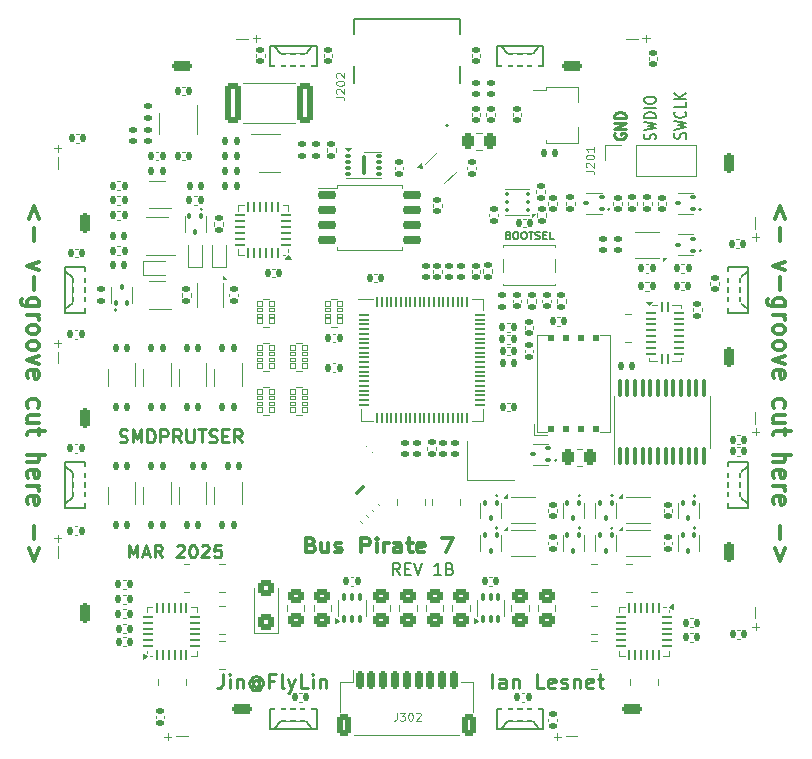
<source format=gto>
G04 #@! TF.GenerationSoftware,KiCad,Pcbnew,8.0.7*
G04 #@! TF.CreationDate,2025-03-27T17:00:34+01:00*
G04 #@! TF.ProjectId,7-REV1B,372d5245-5631-4422-9e6b-696361645f70,rev?*
G04 #@! TF.SameCoordinates,Original*
G04 #@! TF.FileFunction,Legend,Top*
G04 #@! TF.FilePolarity,Positive*
%FSLAX46Y46*%
G04 Gerber Fmt 4.6, Leading zero omitted, Abs format (unit mm)*
G04 Created by KiCad (PCBNEW 8.0.7) date 2025-03-27 17:00:34*
%MOMM*%
%LPD*%
G01*
G04 APERTURE LIST*
G04 Aperture macros list*
%AMRoundRect*
0 Rectangle with rounded corners*
0 $1 Rounding radius*
0 $2 $3 $4 $5 $6 $7 $8 $9 X,Y pos of 4 corners*
0 Add a 4 corners polygon primitive as box body*
4,1,4,$2,$3,$4,$5,$6,$7,$8,$9,$2,$3,0*
0 Add four circle primitives for the rounded corners*
1,1,$1+$1,$2,$3*
1,1,$1+$1,$4,$5*
1,1,$1+$1,$6,$7*
1,1,$1+$1,$8,$9*
0 Add four rect primitives between the rounded corners*
20,1,$1+$1,$2,$3,$4,$5,0*
20,1,$1+$1,$4,$5,$6,$7,0*
20,1,$1+$1,$6,$7,$8,$9,0*
20,1,$1+$1,$8,$9,$2,$3,0*%
%AMRotRect*
0 Rectangle, with rotation*
0 The origin of the aperture is its center*
0 $1 length*
0 $2 width*
0 $3 Rotation angle, in degrees counterclockwise*
0 Add horizontal line*
21,1,$1,$2,0,0,$3*%
%AMFreePoly0*
4,1,5,0.215000,-0.575000,-0.215000,-0.575000,-0.215000,0.575000,0.215000,0.575000,0.215000,-0.575000,0.215000,-0.575000,$1*%
%AMFreePoly1*
4,1,9,3.862500,-0.866500,0.737500,-0.866500,0.737500,-0.450000,-0.737500,-0.450000,-0.737500,0.450000,0.737500,0.450000,0.737500,0.866500,3.862500,0.866500,3.862500,-0.866500,3.862500,-0.866500,$1*%
G04 Aperture macros list end*
%ADD10C,0.212500*%
%ADD11C,0.187500*%
%ADD12C,0.250000*%
%ADD13C,0.350000*%
%ADD14C,0.162500*%
%ADD15C,0.200000*%
%ADD16C,0.300000*%
%ADD17C,0.100000*%
%ADD18C,0.120000*%
%ADD19C,0.150000*%
%ADD20C,0.127000*%
%ADD21C,0.152400*%
%ADD22RoundRect,0.140000X0.170000X-0.140000X0.170000X0.140000X-0.170000X0.140000X-0.170000X-0.140000X0*%
%ADD23R,1.700000X0.820000*%
%ADD24RoundRect,0.205000X0.645000X0.205000X-0.645000X0.205000X-0.645000X-0.205000X0.645000X-0.205000X0*%
%ADD25RoundRect,0.205000X-0.645000X-0.205000X0.645000X-0.205000X0.645000X0.205000X-0.645000X0.205000X0*%
%ADD26R,0.820000X1.700000*%
%ADD27RoundRect,0.205000X-0.205000X0.645000X-0.205000X-0.645000X0.205000X-0.645000X0.205000X0.645000X0*%
%ADD28RoundRect,0.205000X0.205000X-0.645000X0.205000X0.645000X-0.205000X0.645000X-0.205000X-0.645000X0*%
%ADD29RoundRect,0.147500X-0.147500X-0.172500X0.147500X-0.172500X0.147500X0.172500X-0.147500X0.172500X0*%
%ADD30RoundRect,0.147500X0.147500X0.172500X-0.147500X0.172500X-0.147500X-0.172500X0.147500X-0.172500X0*%
%ADD31RoundRect,0.147500X0.172500X-0.147500X0.172500X0.147500X-0.172500X0.147500X-0.172500X-0.147500X0*%
%ADD32RoundRect,0.147500X-0.017678X0.226274X-0.226274X0.017678X0.017678X-0.226274X0.226274X-0.017678X0*%
%ADD33C,3.200000*%
%ADD34RoundRect,0.140000X-0.140000X-0.170000X0.140000X-0.170000X0.140000X0.170000X-0.140000X0.170000X0*%
%ADD35R,0.400000X0.650000*%
%ADD36RoundRect,0.243750X0.243750X0.456250X-0.243750X0.456250X-0.243750X-0.456250X0.243750X-0.456250X0*%
%ADD37RoundRect,0.140000X0.140000X0.170000X-0.140000X0.170000X-0.140000X-0.170000X0.140000X-0.170000X0*%
%ADD38RoundRect,0.147500X-0.172500X0.147500X-0.172500X-0.147500X0.172500X-0.147500X0.172500X0.147500X0*%
%ADD39RoundRect,0.135000X0.185000X-0.135000X0.185000X0.135000X-0.185000X0.135000X-0.185000X-0.135000X0*%
%ADD40RoundRect,0.140000X-0.170000X0.140000X-0.170000X-0.140000X0.170000X-0.140000X0.170000X0.140000X0*%
%ADD41RoundRect,0.030000X-0.250000X-0.200000X0.250000X-0.200000X0.250000X0.200000X-0.250000X0.200000X0*%
%ADD42RoundRect,0.030000X-0.250000X-0.150000X0.250000X-0.150000X0.250000X0.150000X-0.250000X0.150000X0*%
%ADD43RoundRect,0.249998X0.262502X0.450002X-0.262502X0.450002X-0.262502X-0.450002X0.262502X-0.450002X0*%
%ADD44RoundRect,0.150000X-0.650000X-0.150000X0.650000X-0.150000X0.650000X0.150000X-0.650000X0.150000X0*%
%ADD45C,2.000000*%
%ADD46R,1.700000X1.700000*%
%ADD47O,1.700000X1.700000*%
%ADD48RoundRect,0.150000X-0.150000X-0.625000X0.150000X-0.625000X0.150000X0.625000X-0.150000X0.625000X0*%
%ADD49RoundRect,0.249999X-0.350001X-0.650001X0.350001X-0.650001X0.350001X0.650001X-0.350001X0.650001X0*%
%ADD50RoundRect,0.062500X-0.062500X-0.350000X0.062500X-0.350000X0.062500X0.350000X-0.062500X0.350000X0*%
%ADD51RoundRect,0.062500X-0.350000X-0.062500X0.350000X-0.062500X0.350000X0.062500X-0.350000X0.062500X0*%
%ADD52R,1.000000X3.000000*%
%ADD53R,1.400000X1.200000*%
%ADD54R,1.050000X0.650000*%
%ADD55RoundRect,0.135000X0.135000X0.185000X-0.135000X0.185000X-0.135000X-0.185000X0.135000X-0.185000X0*%
%ADD56RoundRect,0.249999X0.450001X1.425001X-0.450001X1.425001X-0.450001X-1.425001X0.450001X-1.425001X0*%
%ADD57RoundRect,0.135000X-0.135000X-0.185000X0.135000X-0.185000X0.135000X0.185000X-0.135000X0.185000X0*%
%ADD58RoundRect,0.100000X-0.100000X0.155000X-0.100000X-0.155000X0.100000X-0.155000X0.100000X0.155000X0*%
%ADD59R,0.650000X1.060000*%
%ADD60R,0.650000X0.400000*%
%ADD61R,0.600000X0.700000*%
%ADD62RoundRect,0.100000X0.100000X-0.637500X0.100000X0.637500X-0.100000X0.637500X-0.100000X-0.637500X0*%
%ADD63C,0.700000*%
%ADD64R,0.600000X1.450000*%
%ADD65R,0.300000X1.450000*%
%ADD66O,1.050000X2.100000*%
%ADD67FreePoly0,90.000000*%
%ADD68R,1.150000X0.430000*%
%ADD69FreePoly0,0.000000*%
%ADD70R,0.430000X1.150000*%
%ADD71FreePoly0,270.000000*%
%ADD72FreePoly0,180.000000*%
%ADD73R,0.700000X0.600000*%
%ADD74RoundRect,0.100000X0.100000X-0.155000X0.100000X0.155000X-0.100000X0.155000X-0.100000X-0.155000X0*%
%ADD75R,1.300000X0.900000*%
%ADD76FreePoly1,0.000000*%
%ADD77R,1.060000X0.650000*%
%ADD78RoundRect,0.202500X0.022500X-0.247500X0.022500X0.247500X-0.022500X0.247500X-0.022500X-0.247500X0*%
%ADD79RoundRect,0.250000X-0.450000X0.350000X-0.450000X-0.350000X0.450000X-0.350000X0.450000X0.350000X0*%
%ADD80R,0.500000X0.400000*%
%ADD81R,0.500000X0.300000*%
%ADD82R,0.900000X1.750000*%
%ADD83RoundRect,0.140000X-0.219203X-0.021213X-0.021213X-0.219203X0.219203X0.021213X0.021213X0.219203X0*%
%ADD84RoundRect,0.140000X0.219203X0.021213X0.021213X0.219203X-0.219203X-0.021213X-0.021213X-0.219203X0*%
%ADD85RotRect,0.900000X0.290000X135.000000*%
%ADD86RotRect,0.290000X0.900000X135.000000*%
%ADD87RotRect,2.000000X4.000000X225.000000*%
%ADD88RoundRect,0.135000X-0.185000X0.135000X-0.185000X-0.135000X0.185000X-0.135000X0.185000X0.135000X0*%
%ADD89RoundRect,0.250000X0.450000X-0.400000X0.450000X0.400000X-0.450000X0.400000X-0.450000X-0.400000X0*%
%ADD90RoundRect,0.100000X-0.088388X-0.229810X0.229810X0.088388X0.088388X0.229810X-0.229810X-0.088388X0*%
%ADD91RoundRect,0.140000X-0.021213X0.219203X-0.219203X0.021213X0.021213X-0.219203X0.219203X-0.021213X0*%
%ADD92RoundRect,0.062500X0.350000X0.062500X-0.350000X0.062500X-0.350000X-0.062500X0.350000X-0.062500X0*%
%ADD93RoundRect,0.062500X0.062500X0.350000X-0.062500X0.350000X-0.062500X-0.350000X0.062500X-0.350000X0*%
%ADD94R,2.700000X2.700000*%
%ADD95R,0.400000X0.500000*%
%ADD96R,0.300000X0.500000*%
%ADD97RoundRect,0.055000X0.335000X-0.055000X0.335000X0.055000X-0.335000X0.055000X-0.335000X-0.055000X0*%
%ADD98RoundRect,0.055000X-0.055000X-0.335000X0.055000X-0.335000X0.055000X0.335000X-0.055000X0.335000X0*%
%ADD99C,0.600000*%
%ADD100R,1.133333X1.133333*%
%ADD101RoundRect,0.100000X0.100000X-0.225000X0.100000X0.225000X-0.100000X0.225000X-0.100000X-0.225000X0*%
%ADD102RoundRect,0.062500X0.062500X-0.337500X0.062500X0.337500X-0.062500X0.337500X-0.062500X-0.337500X0*%
%ADD103RoundRect,0.062500X0.337500X-0.062500X0.337500X0.062500X-0.337500X0.062500X-0.337500X-0.062500X0*%
%ADD104R,2.750000X2.750000*%
%ADD105RoundRect,0.100000X-0.155000X-0.100000X0.155000X-0.100000X0.155000X0.100000X-0.155000X0.100000X0*%
%ADD106R,1.750000X0.900000*%
%ADD107RoundRect,0.093750X0.093750X0.106250X-0.093750X0.106250X-0.093750X-0.106250X0.093750X-0.106250X0*%
%ADD108R,1.000000X1.600000*%
%ADD109RoundRect,0.062500X-0.062500X0.337500X-0.062500X-0.337500X0.062500X-0.337500X0.062500X0.337500X0*%
%ADD110RoundRect,0.062500X-0.337500X0.062500X-0.337500X-0.062500X0.337500X-0.062500X0.337500X0.062500X0*%
%ADD111RoundRect,0.075000X-0.187500X-0.075000X0.187500X-0.075000X0.187500X0.075000X-0.187500X0.075000X0*%
%ADD112RoundRect,0.075000X-0.075000X-0.775000X0.075000X-0.775000X0.075000X0.775000X-0.075000X0.775000X0*%
G04 APERTURE END LIST*
D10*
X147499188Y-68582658D02*
X147451569Y-68663611D01*
X147451569Y-68663611D02*
X147451569Y-68785039D01*
X147451569Y-68785039D02*
X147499188Y-68906468D01*
X147499188Y-68906468D02*
X147594426Y-68987420D01*
X147594426Y-68987420D02*
X147689664Y-69027897D01*
X147689664Y-69027897D02*
X147880140Y-69068373D01*
X147880140Y-69068373D02*
X148022997Y-69068373D01*
X148022997Y-69068373D02*
X148213473Y-69027897D01*
X148213473Y-69027897D02*
X148308711Y-68987420D01*
X148308711Y-68987420D02*
X148403950Y-68906468D01*
X148403950Y-68906468D02*
X148451569Y-68785039D01*
X148451569Y-68785039D02*
X148451569Y-68704087D01*
X148451569Y-68704087D02*
X148403950Y-68582658D01*
X148403950Y-68582658D02*
X148356330Y-68542182D01*
X148356330Y-68542182D02*
X148022997Y-68542182D01*
X148022997Y-68542182D02*
X148022997Y-68704087D01*
X148451569Y-68177897D02*
X147451569Y-68177897D01*
X147451569Y-68177897D02*
X148451569Y-67692182D01*
X148451569Y-67692182D02*
X147451569Y-67692182D01*
X148451569Y-67287421D02*
X147451569Y-67287421D01*
X147451569Y-67287421D02*
X147451569Y-67085040D01*
X147451569Y-67085040D02*
X147499188Y-66963611D01*
X147499188Y-66963611D02*
X147594426Y-66882659D01*
X147594426Y-66882659D02*
X147689664Y-66842182D01*
X147689664Y-66842182D02*
X147880140Y-66801706D01*
X147880140Y-66801706D02*
X148022997Y-66801706D01*
X148022997Y-66801706D02*
X148213473Y-66842182D01*
X148213473Y-66842182D02*
X148308711Y-66882659D01*
X148308711Y-66882659D02*
X148403950Y-66963611D01*
X148403950Y-66963611D02*
X148451569Y-67085040D01*
X148451569Y-67085040D02*
X148451569Y-67287421D01*
D11*
X150955250Y-69087641D02*
X151002869Y-68966212D01*
X151002869Y-68966212D02*
X151002869Y-68763831D01*
X151002869Y-68763831D02*
X150955250Y-68682879D01*
X150955250Y-68682879D02*
X150907630Y-68642403D01*
X150907630Y-68642403D02*
X150812392Y-68601926D01*
X150812392Y-68601926D02*
X150717154Y-68601926D01*
X150717154Y-68601926D02*
X150621916Y-68642403D01*
X150621916Y-68642403D02*
X150574297Y-68682879D01*
X150574297Y-68682879D02*
X150526678Y-68763831D01*
X150526678Y-68763831D02*
X150479059Y-68925736D01*
X150479059Y-68925736D02*
X150431440Y-69006688D01*
X150431440Y-69006688D02*
X150383821Y-69047165D01*
X150383821Y-69047165D02*
X150288583Y-69087641D01*
X150288583Y-69087641D02*
X150193345Y-69087641D01*
X150193345Y-69087641D02*
X150098107Y-69047165D01*
X150098107Y-69047165D02*
X150050488Y-69006688D01*
X150050488Y-69006688D02*
X150002869Y-68925736D01*
X150002869Y-68925736D02*
X150002869Y-68723355D01*
X150002869Y-68723355D02*
X150050488Y-68601926D01*
X150002869Y-68318593D02*
X151002869Y-68116212D01*
X151002869Y-68116212D02*
X150288583Y-67954307D01*
X150288583Y-67954307D02*
X151002869Y-67792402D01*
X151002869Y-67792402D02*
X150002869Y-67590022D01*
X151002869Y-67266212D02*
X150002869Y-67266212D01*
X150002869Y-67266212D02*
X150002869Y-67063831D01*
X150002869Y-67063831D02*
X150050488Y-66942402D01*
X150050488Y-66942402D02*
X150145726Y-66861450D01*
X150145726Y-66861450D02*
X150240964Y-66820973D01*
X150240964Y-66820973D02*
X150431440Y-66780497D01*
X150431440Y-66780497D02*
X150574297Y-66780497D01*
X150574297Y-66780497D02*
X150764773Y-66820973D01*
X150764773Y-66820973D02*
X150860011Y-66861450D01*
X150860011Y-66861450D02*
X150955250Y-66942402D01*
X150955250Y-66942402D02*
X151002869Y-67063831D01*
X151002869Y-67063831D02*
X151002869Y-67266212D01*
X151002869Y-66416212D02*
X150002869Y-66416212D01*
X150002869Y-65849545D02*
X150002869Y-65687640D01*
X150002869Y-65687640D02*
X150050488Y-65606688D01*
X150050488Y-65606688D02*
X150145726Y-65525735D01*
X150145726Y-65525735D02*
X150336202Y-65485259D01*
X150336202Y-65485259D02*
X150669535Y-65485259D01*
X150669535Y-65485259D02*
X150860011Y-65525735D01*
X150860011Y-65525735D02*
X150955250Y-65606688D01*
X150955250Y-65606688D02*
X151002869Y-65687640D01*
X151002869Y-65687640D02*
X151002869Y-65849545D01*
X151002869Y-65849545D02*
X150955250Y-65930497D01*
X150955250Y-65930497D02*
X150860011Y-66011450D01*
X150860011Y-66011450D02*
X150669535Y-66051926D01*
X150669535Y-66051926D02*
X150336202Y-66051926D01*
X150336202Y-66051926D02*
X150145726Y-66011450D01*
X150145726Y-66011450D02*
X150050488Y-65930497D01*
X150050488Y-65930497D02*
X150002869Y-65849545D01*
D12*
X106347619Y-104449619D02*
X106347619Y-103449619D01*
X106347619Y-103449619D02*
X106714286Y-104163904D01*
X106714286Y-104163904D02*
X107080953Y-103449619D01*
X107080953Y-103449619D02*
X107080953Y-104449619D01*
X107552381Y-104163904D02*
X108076191Y-104163904D01*
X107447619Y-104449619D02*
X107814286Y-103449619D01*
X107814286Y-103449619D02*
X108180953Y-104449619D01*
X109176191Y-104449619D02*
X108809524Y-103973428D01*
X108547619Y-104449619D02*
X108547619Y-103449619D01*
X108547619Y-103449619D02*
X108966667Y-103449619D01*
X108966667Y-103449619D02*
X109071429Y-103497238D01*
X109071429Y-103497238D02*
X109123810Y-103544857D01*
X109123810Y-103544857D02*
X109176191Y-103640095D01*
X109176191Y-103640095D02*
X109176191Y-103782952D01*
X109176191Y-103782952D02*
X109123810Y-103878190D01*
X109123810Y-103878190D02*
X109071429Y-103925809D01*
X109071429Y-103925809D02*
X108966667Y-103973428D01*
X108966667Y-103973428D02*
X108547619Y-103973428D01*
X110433333Y-103544857D02*
X110485714Y-103497238D01*
X110485714Y-103497238D02*
X110590476Y-103449619D01*
X110590476Y-103449619D02*
X110852381Y-103449619D01*
X110852381Y-103449619D02*
X110957143Y-103497238D01*
X110957143Y-103497238D02*
X111009524Y-103544857D01*
X111009524Y-103544857D02*
X111061905Y-103640095D01*
X111061905Y-103640095D02*
X111061905Y-103735333D01*
X111061905Y-103735333D02*
X111009524Y-103878190D01*
X111009524Y-103878190D02*
X110380952Y-104449619D01*
X110380952Y-104449619D02*
X111061905Y-104449619D01*
X111742857Y-103449619D02*
X111847619Y-103449619D01*
X111847619Y-103449619D02*
X111952381Y-103497238D01*
X111952381Y-103497238D02*
X112004762Y-103544857D01*
X112004762Y-103544857D02*
X112057143Y-103640095D01*
X112057143Y-103640095D02*
X112109524Y-103830571D01*
X112109524Y-103830571D02*
X112109524Y-104068666D01*
X112109524Y-104068666D02*
X112057143Y-104259142D01*
X112057143Y-104259142D02*
X112004762Y-104354380D01*
X112004762Y-104354380D02*
X111952381Y-104402000D01*
X111952381Y-104402000D02*
X111847619Y-104449619D01*
X111847619Y-104449619D02*
X111742857Y-104449619D01*
X111742857Y-104449619D02*
X111638095Y-104402000D01*
X111638095Y-104402000D02*
X111585714Y-104354380D01*
X111585714Y-104354380D02*
X111533333Y-104259142D01*
X111533333Y-104259142D02*
X111480952Y-104068666D01*
X111480952Y-104068666D02*
X111480952Y-103830571D01*
X111480952Y-103830571D02*
X111533333Y-103640095D01*
X111533333Y-103640095D02*
X111585714Y-103544857D01*
X111585714Y-103544857D02*
X111638095Y-103497238D01*
X111638095Y-103497238D02*
X111742857Y-103449619D01*
X112528571Y-103544857D02*
X112580952Y-103497238D01*
X112580952Y-103497238D02*
X112685714Y-103449619D01*
X112685714Y-103449619D02*
X112947619Y-103449619D01*
X112947619Y-103449619D02*
X113052381Y-103497238D01*
X113052381Y-103497238D02*
X113104762Y-103544857D01*
X113104762Y-103544857D02*
X113157143Y-103640095D01*
X113157143Y-103640095D02*
X113157143Y-103735333D01*
X113157143Y-103735333D02*
X113104762Y-103878190D01*
X113104762Y-103878190D02*
X112476190Y-104449619D01*
X112476190Y-104449619D02*
X113157143Y-104449619D01*
X114152381Y-103449619D02*
X113628571Y-103449619D01*
X113628571Y-103449619D02*
X113576190Y-103925809D01*
X113576190Y-103925809D02*
X113628571Y-103878190D01*
X113628571Y-103878190D02*
X113733333Y-103830571D01*
X113733333Y-103830571D02*
X113995238Y-103830571D01*
X113995238Y-103830571D02*
X114100000Y-103878190D01*
X114100000Y-103878190D02*
X114152381Y-103925809D01*
X114152381Y-103925809D02*
X114204762Y-104021047D01*
X114204762Y-104021047D02*
X114204762Y-104259142D01*
X114204762Y-104259142D02*
X114152381Y-104354380D01*
X114152381Y-104354380D02*
X114100000Y-104402000D01*
X114100000Y-104402000D02*
X113995238Y-104449619D01*
X113995238Y-104449619D02*
X113733333Y-104449619D01*
X113733333Y-104449619D02*
X113628571Y-104402000D01*
X113628571Y-104402000D02*
X113576190Y-104354380D01*
X105590476Y-94693500D02*
X105747619Y-94745880D01*
X105747619Y-94745880D02*
X106009524Y-94745880D01*
X106009524Y-94745880D02*
X106114286Y-94693500D01*
X106114286Y-94693500D02*
X106166667Y-94641119D01*
X106166667Y-94641119D02*
X106219048Y-94536357D01*
X106219048Y-94536357D02*
X106219048Y-94431595D01*
X106219048Y-94431595D02*
X106166667Y-94326833D01*
X106166667Y-94326833D02*
X106114286Y-94274452D01*
X106114286Y-94274452D02*
X106009524Y-94222071D01*
X106009524Y-94222071D02*
X105800000Y-94169690D01*
X105800000Y-94169690D02*
X105695238Y-94117309D01*
X105695238Y-94117309D02*
X105642857Y-94064928D01*
X105642857Y-94064928D02*
X105590476Y-93960166D01*
X105590476Y-93960166D02*
X105590476Y-93855404D01*
X105590476Y-93855404D02*
X105642857Y-93750642D01*
X105642857Y-93750642D02*
X105695238Y-93698261D01*
X105695238Y-93698261D02*
X105800000Y-93645880D01*
X105800000Y-93645880D02*
X106061905Y-93645880D01*
X106061905Y-93645880D02*
X106219048Y-93698261D01*
X106690476Y-94745880D02*
X106690476Y-93645880D01*
X106690476Y-93645880D02*
X107057143Y-94431595D01*
X107057143Y-94431595D02*
X107423810Y-93645880D01*
X107423810Y-93645880D02*
X107423810Y-94745880D01*
X107947619Y-94745880D02*
X107947619Y-93645880D01*
X107947619Y-93645880D02*
X108209524Y-93645880D01*
X108209524Y-93645880D02*
X108366667Y-93698261D01*
X108366667Y-93698261D02*
X108471429Y-93803023D01*
X108471429Y-93803023D02*
X108523810Y-93907785D01*
X108523810Y-93907785D02*
X108576191Y-94117309D01*
X108576191Y-94117309D02*
X108576191Y-94274452D01*
X108576191Y-94274452D02*
X108523810Y-94483976D01*
X108523810Y-94483976D02*
X108471429Y-94588738D01*
X108471429Y-94588738D02*
X108366667Y-94693500D01*
X108366667Y-94693500D02*
X108209524Y-94745880D01*
X108209524Y-94745880D02*
X107947619Y-94745880D01*
X109047619Y-94745880D02*
X109047619Y-93645880D01*
X109047619Y-93645880D02*
X109466667Y-93645880D01*
X109466667Y-93645880D02*
X109571429Y-93698261D01*
X109571429Y-93698261D02*
X109623810Y-93750642D01*
X109623810Y-93750642D02*
X109676191Y-93855404D01*
X109676191Y-93855404D02*
X109676191Y-94012547D01*
X109676191Y-94012547D02*
X109623810Y-94117309D01*
X109623810Y-94117309D02*
X109571429Y-94169690D01*
X109571429Y-94169690D02*
X109466667Y-94222071D01*
X109466667Y-94222071D02*
X109047619Y-94222071D01*
X110776191Y-94745880D02*
X110409524Y-94222071D01*
X110147619Y-94745880D02*
X110147619Y-93645880D01*
X110147619Y-93645880D02*
X110566667Y-93645880D01*
X110566667Y-93645880D02*
X110671429Y-93698261D01*
X110671429Y-93698261D02*
X110723810Y-93750642D01*
X110723810Y-93750642D02*
X110776191Y-93855404D01*
X110776191Y-93855404D02*
X110776191Y-94012547D01*
X110776191Y-94012547D02*
X110723810Y-94117309D01*
X110723810Y-94117309D02*
X110671429Y-94169690D01*
X110671429Y-94169690D02*
X110566667Y-94222071D01*
X110566667Y-94222071D02*
X110147619Y-94222071D01*
X111247619Y-93645880D02*
X111247619Y-94536357D01*
X111247619Y-94536357D02*
X111300000Y-94641119D01*
X111300000Y-94641119D02*
X111352381Y-94693500D01*
X111352381Y-94693500D02*
X111457143Y-94745880D01*
X111457143Y-94745880D02*
X111666667Y-94745880D01*
X111666667Y-94745880D02*
X111771429Y-94693500D01*
X111771429Y-94693500D02*
X111823810Y-94641119D01*
X111823810Y-94641119D02*
X111876191Y-94536357D01*
X111876191Y-94536357D02*
X111876191Y-93645880D01*
X112242857Y-93645880D02*
X112871429Y-93645880D01*
X112557143Y-94745880D02*
X112557143Y-93645880D01*
X113185714Y-94693500D02*
X113342857Y-94745880D01*
X113342857Y-94745880D02*
X113604762Y-94745880D01*
X113604762Y-94745880D02*
X113709524Y-94693500D01*
X113709524Y-94693500D02*
X113761905Y-94641119D01*
X113761905Y-94641119D02*
X113814286Y-94536357D01*
X113814286Y-94536357D02*
X113814286Y-94431595D01*
X113814286Y-94431595D02*
X113761905Y-94326833D01*
X113761905Y-94326833D02*
X113709524Y-94274452D01*
X113709524Y-94274452D02*
X113604762Y-94222071D01*
X113604762Y-94222071D02*
X113395238Y-94169690D01*
X113395238Y-94169690D02*
X113290476Y-94117309D01*
X113290476Y-94117309D02*
X113238095Y-94064928D01*
X113238095Y-94064928D02*
X113185714Y-93960166D01*
X113185714Y-93960166D02*
X113185714Y-93855404D01*
X113185714Y-93855404D02*
X113238095Y-93750642D01*
X113238095Y-93750642D02*
X113290476Y-93698261D01*
X113290476Y-93698261D02*
X113395238Y-93645880D01*
X113395238Y-93645880D02*
X113657143Y-93645880D01*
X113657143Y-93645880D02*
X113814286Y-93698261D01*
X114285714Y-94169690D02*
X114652381Y-94169690D01*
X114809524Y-94745880D02*
X114285714Y-94745880D01*
X114285714Y-94745880D02*
X114285714Y-93645880D01*
X114285714Y-93645880D02*
X114809524Y-93645880D01*
X115909524Y-94745880D02*
X115542857Y-94222071D01*
X115280952Y-94745880D02*
X115280952Y-93645880D01*
X115280952Y-93645880D02*
X115700000Y-93645880D01*
X115700000Y-93645880D02*
X115804762Y-93698261D01*
X115804762Y-93698261D02*
X115857143Y-93750642D01*
X115857143Y-93750642D02*
X115909524Y-93855404D01*
X115909524Y-93855404D02*
X115909524Y-94012547D01*
X115909524Y-94012547D02*
X115857143Y-94117309D01*
X115857143Y-94117309D02*
X115804762Y-94169690D01*
X115804762Y-94169690D02*
X115700000Y-94222071D01*
X115700000Y-94222071D02*
X115280952Y-94222071D01*
X137136905Y-115565273D02*
X137136905Y-114315273D01*
X138267857Y-115565273D02*
X138267857Y-114910511D01*
X138267857Y-114910511D02*
X138208333Y-114791464D01*
X138208333Y-114791464D02*
X138089285Y-114731940D01*
X138089285Y-114731940D02*
X137851190Y-114731940D01*
X137851190Y-114731940D02*
X137732143Y-114791464D01*
X138267857Y-115505750D02*
X138148809Y-115565273D01*
X138148809Y-115565273D02*
X137851190Y-115565273D01*
X137851190Y-115565273D02*
X137732143Y-115505750D01*
X137732143Y-115505750D02*
X137672619Y-115386702D01*
X137672619Y-115386702D02*
X137672619Y-115267654D01*
X137672619Y-115267654D02*
X137732143Y-115148607D01*
X137732143Y-115148607D02*
X137851190Y-115089083D01*
X137851190Y-115089083D02*
X138148809Y-115089083D01*
X138148809Y-115089083D02*
X138267857Y-115029559D01*
X138863095Y-114731940D02*
X138863095Y-115565273D01*
X138863095Y-114850988D02*
X138922618Y-114791464D01*
X138922618Y-114791464D02*
X139041666Y-114731940D01*
X139041666Y-114731940D02*
X139220237Y-114731940D01*
X139220237Y-114731940D02*
X139339285Y-114791464D01*
X139339285Y-114791464D02*
X139398809Y-114910511D01*
X139398809Y-114910511D02*
X139398809Y-115565273D01*
X141541666Y-115565273D02*
X140946428Y-115565273D01*
X140946428Y-115565273D02*
X140946428Y-114315273D01*
X142434523Y-115505750D02*
X142315475Y-115565273D01*
X142315475Y-115565273D02*
X142077380Y-115565273D01*
X142077380Y-115565273D02*
X141958333Y-115505750D01*
X141958333Y-115505750D02*
X141898809Y-115386702D01*
X141898809Y-115386702D02*
X141898809Y-114910511D01*
X141898809Y-114910511D02*
X141958333Y-114791464D01*
X141958333Y-114791464D02*
X142077380Y-114731940D01*
X142077380Y-114731940D02*
X142315475Y-114731940D01*
X142315475Y-114731940D02*
X142434523Y-114791464D01*
X142434523Y-114791464D02*
X142494047Y-114910511D01*
X142494047Y-114910511D02*
X142494047Y-115029559D01*
X142494047Y-115029559D02*
X141898809Y-115148607D01*
X142970238Y-115505750D02*
X143089285Y-115565273D01*
X143089285Y-115565273D02*
X143327381Y-115565273D01*
X143327381Y-115565273D02*
X143446428Y-115505750D01*
X143446428Y-115505750D02*
X143505952Y-115386702D01*
X143505952Y-115386702D02*
X143505952Y-115327178D01*
X143505952Y-115327178D02*
X143446428Y-115208130D01*
X143446428Y-115208130D02*
X143327381Y-115148607D01*
X143327381Y-115148607D02*
X143148809Y-115148607D01*
X143148809Y-115148607D02*
X143029762Y-115089083D01*
X143029762Y-115089083D02*
X142970238Y-114970035D01*
X142970238Y-114970035D02*
X142970238Y-114910511D01*
X142970238Y-114910511D02*
X143029762Y-114791464D01*
X143029762Y-114791464D02*
X143148809Y-114731940D01*
X143148809Y-114731940D02*
X143327381Y-114731940D01*
X143327381Y-114731940D02*
X143446428Y-114791464D01*
X144041667Y-114731940D02*
X144041667Y-115565273D01*
X144041667Y-114850988D02*
X144101190Y-114791464D01*
X144101190Y-114791464D02*
X144220238Y-114731940D01*
X144220238Y-114731940D02*
X144398809Y-114731940D01*
X144398809Y-114731940D02*
X144517857Y-114791464D01*
X144517857Y-114791464D02*
X144577381Y-114910511D01*
X144577381Y-114910511D02*
X144577381Y-115565273D01*
X145648809Y-115505750D02*
X145529761Y-115565273D01*
X145529761Y-115565273D02*
X145291666Y-115565273D01*
X145291666Y-115565273D02*
X145172619Y-115505750D01*
X145172619Y-115505750D02*
X145113095Y-115386702D01*
X145113095Y-115386702D02*
X145113095Y-114910511D01*
X145113095Y-114910511D02*
X145172619Y-114791464D01*
X145172619Y-114791464D02*
X145291666Y-114731940D01*
X145291666Y-114731940D02*
X145529761Y-114731940D01*
X145529761Y-114731940D02*
X145648809Y-114791464D01*
X145648809Y-114791464D02*
X145708333Y-114910511D01*
X145708333Y-114910511D02*
X145708333Y-115029559D01*
X145708333Y-115029559D02*
X145113095Y-115148607D01*
X146065476Y-114731940D02*
X146541667Y-114731940D01*
X146244048Y-114315273D02*
X146244048Y-115386702D01*
X146244048Y-115386702D02*
X146303571Y-115505750D01*
X146303571Y-115505750D02*
X146422619Y-115565273D01*
X146422619Y-115565273D02*
X146541667Y-115565273D01*
D11*
X153505250Y-69030498D02*
X153552869Y-68909069D01*
X153552869Y-68909069D02*
X153552869Y-68706688D01*
X153552869Y-68706688D02*
X153505250Y-68625736D01*
X153505250Y-68625736D02*
X153457630Y-68585260D01*
X153457630Y-68585260D02*
X153362392Y-68544783D01*
X153362392Y-68544783D02*
X153267154Y-68544783D01*
X153267154Y-68544783D02*
X153171916Y-68585260D01*
X153171916Y-68585260D02*
X153124297Y-68625736D01*
X153124297Y-68625736D02*
X153076678Y-68706688D01*
X153076678Y-68706688D02*
X153029059Y-68868593D01*
X153029059Y-68868593D02*
X152981440Y-68949545D01*
X152981440Y-68949545D02*
X152933821Y-68990022D01*
X152933821Y-68990022D02*
X152838583Y-69030498D01*
X152838583Y-69030498D02*
X152743345Y-69030498D01*
X152743345Y-69030498D02*
X152648107Y-68990022D01*
X152648107Y-68990022D02*
X152600488Y-68949545D01*
X152600488Y-68949545D02*
X152552869Y-68868593D01*
X152552869Y-68868593D02*
X152552869Y-68666212D01*
X152552869Y-68666212D02*
X152600488Y-68544783D01*
X152552869Y-68261450D02*
X153552869Y-68059069D01*
X153552869Y-68059069D02*
X152838583Y-67897164D01*
X152838583Y-67897164D02*
X153552869Y-67735259D01*
X153552869Y-67735259D02*
X152552869Y-67532879D01*
X153457630Y-66723354D02*
X153505250Y-66763830D01*
X153505250Y-66763830D02*
X153552869Y-66885259D01*
X153552869Y-66885259D02*
X153552869Y-66966211D01*
X153552869Y-66966211D02*
X153505250Y-67087640D01*
X153505250Y-67087640D02*
X153410011Y-67168592D01*
X153410011Y-67168592D02*
X153314773Y-67209069D01*
X153314773Y-67209069D02*
X153124297Y-67249545D01*
X153124297Y-67249545D02*
X152981440Y-67249545D01*
X152981440Y-67249545D02*
X152790964Y-67209069D01*
X152790964Y-67209069D02*
X152695726Y-67168592D01*
X152695726Y-67168592D02*
X152600488Y-67087640D01*
X152600488Y-67087640D02*
X152552869Y-66966211D01*
X152552869Y-66966211D02*
X152552869Y-66885259D01*
X152552869Y-66885259D02*
X152600488Y-66763830D01*
X152600488Y-66763830D02*
X152648107Y-66723354D01*
X153552869Y-65954307D02*
X153552869Y-66359069D01*
X153552869Y-66359069D02*
X152552869Y-66359069D01*
X153552869Y-65670974D02*
X152552869Y-65670974D01*
X153552869Y-65185259D02*
X152981440Y-65549545D01*
X152552869Y-65185259D02*
X153124297Y-65670974D01*
D13*
X161924271Y-75857144D02*
X161495700Y-74714286D01*
X161495700Y-74714286D02*
X161067128Y-75857144D01*
X161495700Y-76571429D02*
X161495700Y-77714287D01*
X161924271Y-79428572D02*
X160924271Y-79785715D01*
X160924271Y-79785715D02*
X161924271Y-80142858D01*
X161495700Y-80714286D02*
X161495700Y-81857144D01*
X161924271Y-83214287D02*
X160709985Y-83214287D01*
X160709985Y-83214287D02*
X160567128Y-83142858D01*
X160567128Y-83142858D02*
X160495700Y-83071429D01*
X160495700Y-83071429D02*
X160424271Y-82928572D01*
X160424271Y-82928572D02*
X160424271Y-82714287D01*
X160424271Y-82714287D02*
X160495700Y-82571429D01*
X160995700Y-83214287D02*
X160924271Y-83071429D01*
X160924271Y-83071429D02*
X160924271Y-82785715D01*
X160924271Y-82785715D02*
X160995700Y-82642858D01*
X160995700Y-82642858D02*
X161067128Y-82571429D01*
X161067128Y-82571429D02*
X161209985Y-82500001D01*
X161209985Y-82500001D02*
X161638557Y-82500001D01*
X161638557Y-82500001D02*
X161781414Y-82571429D01*
X161781414Y-82571429D02*
X161852842Y-82642858D01*
X161852842Y-82642858D02*
X161924271Y-82785715D01*
X161924271Y-82785715D02*
X161924271Y-83071429D01*
X161924271Y-83071429D02*
X161852842Y-83214287D01*
X160924271Y-83928572D02*
X161924271Y-83928572D01*
X161638557Y-83928572D02*
X161781414Y-84000001D01*
X161781414Y-84000001D02*
X161852842Y-84071430D01*
X161852842Y-84071430D02*
X161924271Y-84214287D01*
X161924271Y-84214287D02*
X161924271Y-84357144D01*
X160924271Y-85071429D02*
X160995700Y-84928572D01*
X160995700Y-84928572D02*
X161067128Y-84857143D01*
X161067128Y-84857143D02*
X161209985Y-84785715D01*
X161209985Y-84785715D02*
X161638557Y-84785715D01*
X161638557Y-84785715D02*
X161781414Y-84857143D01*
X161781414Y-84857143D02*
X161852842Y-84928572D01*
X161852842Y-84928572D02*
X161924271Y-85071429D01*
X161924271Y-85071429D02*
X161924271Y-85285715D01*
X161924271Y-85285715D02*
X161852842Y-85428572D01*
X161852842Y-85428572D02*
X161781414Y-85500001D01*
X161781414Y-85500001D02*
X161638557Y-85571429D01*
X161638557Y-85571429D02*
X161209985Y-85571429D01*
X161209985Y-85571429D02*
X161067128Y-85500001D01*
X161067128Y-85500001D02*
X160995700Y-85428572D01*
X160995700Y-85428572D02*
X160924271Y-85285715D01*
X160924271Y-85285715D02*
X160924271Y-85071429D01*
X160924271Y-86428572D02*
X160995700Y-86285715D01*
X160995700Y-86285715D02*
X161067128Y-86214286D01*
X161067128Y-86214286D02*
X161209985Y-86142858D01*
X161209985Y-86142858D02*
X161638557Y-86142858D01*
X161638557Y-86142858D02*
X161781414Y-86214286D01*
X161781414Y-86214286D02*
X161852842Y-86285715D01*
X161852842Y-86285715D02*
X161924271Y-86428572D01*
X161924271Y-86428572D02*
X161924271Y-86642858D01*
X161924271Y-86642858D02*
X161852842Y-86785715D01*
X161852842Y-86785715D02*
X161781414Y-86857144D01*
X161781414Y-86857144D02*
X161638557Y-86928572D01*
X161638557Y-86928572D02*
X161209985Y-86928572D01*
X161209985Y-86928572D02*
X161067128Y-86857144D01*
X161067128Y-86857144D02*
X160995700Y-86785715D01*
X160995700Y-86785715D02*
X160924271Y-86642858D01*
X160924271Y-86642858D02*
X160924271Y-86428572D01*
X161924271Y-87428572D02*
X160924271Y-87785715D01*
X160924271Y-87785715D02*
X161924271Y-88142858D01*
X160995700Y-89285715D02*
X160924271Y-89142858D01*
X160924271Y-89142858D02*
X160924271Y-88857144D01*
X160924271Y-88857144D02*
X160995700Y-88714286D01*
X160995700Y-88714286D02*
X161138557Y-88642858D01*
X161138557Y-88642858D02*
X161709985Y-88642858D01*
X161709985Y-88642858D02*
X161852842Y-88714286D01*
X161852842Y-88714286D02*
X161924271Y-88857144D01*
X161924271Y-88857144D02*
X161924271Y-89142858D01*
X161924271Y-89142858D02*
X161852842Y-89285715D01*
X161852842Y-89285715D02*
X161709985Y-89357144D01*
X161709985Y-89357144D02*
X161567128Y-89357144D01*
X161567128Y-89357144D02*
X161424271Y-88642858D01*
X160995700Y-91785715D02*
X160924271Y-91642857D01*
X160924271Y-91642857D02*
X160924271Y-91357143D01*
X160924271Y-91357143D02*
X160995700Y-91214286D01*
X160995700Y-91214286D02*
X161067128Y-91142857D01*
X161067128Y-91142857D02*
X161209985Y-91071429D01*
X161209985Y-91071429D02*
X161638557Y-91071429D01*
X161638557Y-91071429D02*
X161781414Y-91142857D01*
X161781414Y-91142857D02*
X161852842Y-91214286D01*
X161852842Y-91214286D02*
X161924271Y-91357143D01*
X161924271Y-91357143D02*
X161924271Y-91642857D01*
X161924271Y-91642857D02*
X161852842Y-91785715D01*
X161924271Y-93071429D02*
X160924271Y-93071429D01*
X161924271Y-92428571D02*
X161138557Y-92428571D01*
X161138557Y-92428571D02*
X160995700Y-92500000D01*
X160995700Y-92500000D02*
X160924271Y-92642857D01*
X160924271Y-92642857D02*
X160924271Y-92857143D01*
X160924271Y-92857143D02*
X160995700Y-93000000D01*
X160995700Y-93000000D02*
X161067128Y-93071429D01*
X161924271Y-93571429D02*
X161924271Y-94142857D01*
X162424271Y-93785714D02*
X161138557Y-93785714D01*
X161138557Y-93785714D02*
X160995700Y-93857143D01*
X160995700Y-93857143D02*
X160924271Y-94000000D01*
X160924271Y-94000000D02*
X160924271Y-94142857D01*
X160924271Y-95785714D02*
X162424271Y-95785714D01*
X160924271Y-96428572D02*
X161709985Y-96428572D01*
X161709985Y-96428572D02*
X161852842Y-96357143D01*
X161852842Y-96357143D02*
X161924271Y-96214286D01*
X161924271Y-96214286D02*
X161924271Y-96000000D01*
X161924271Y-96000000D02*
X161852842Y-95857143D01*
X161852842Y-95857143D02*
X161781414Y-95785714D01*
X160995700Y-97714286D02*
X160924271Y-97571429D01*
X160924271Y-97571429D02*
X160924271Y-97285715D01*
X160924271Y-97285715D02*
X160995700Y-97142857D01*
X160995700Y-97142857D02*
X161138557Y-97071429D01*
X161138557Y-97071429D02*
X161709985Y-97071429D01*
X161709985Y-97071429D02*
X161852842Y-97142857D01*
X161852842Y-97142857D02*
X161924271Y-97285715D01*
X161924271Y-97285715D02*
X161924271Y-97571429D01*
X161924271Y-97571429D02*
X161852842Y-97714286D01*
X161852842Y-97714286D02*
X161709985Y-97785715D01*
X161709985Y-97785715D02*
X161567128Y-97785715D01*
X161567128Y-97785715D02*
X161424271Y-97071429D01*
X160924271Y-98428571D02*
X161924271Y-98428571D01*
X161638557Y-98428571D02*
X161781414Y-98500000D01*
X161781414Y-98500000D02*
X161852842Y-98571429D01*
X161852842Y-98571429D02*
X161924271Y-98714286D01*
X161924271Y-98714286D02*
X161924271Y-98857143D01*
X160995700Y-99928571D02*
X160924271Y-99785714D01*
X160924271Y-99785714D02*
X160924271Y-99500000D01*
X160924271Y-99500000D02*
X160995700Y-99357142D01*
X160995700Y-99357142D02*
X161138557Y-99285714D01*
X161138557Y-99285714D02*
X161709985Y-99285714D01*
X161709985Y-99285714D02*
X161852842Y-99357142D01*
X161852842Y-99357142D02*
X161924271Y-99500000D01*
X161924271Y-99500000D02*
X161924271Y-99785714D01*
X161924271Y-99785714D02*
X161852842Y-99928571D01*
X161852842Y-99928571D02*
X161709985Y-100000000D01*
X161709985Y-100000000D02*
X161567128Y-100000000D01*
X161567128Y-100000000D02*
X161424271Y-99285714D01*
X161495700Y-101785713D02*
X161495700Y-102928571D01*
X161924271Y-103642856D02*
X161495700Y-104785714D01*
X161495700Y-104785714D02*
X161067128Y-103642856D01*
X98774271Y-75857144D02*
X98345700Y-74714286D01*
X98345700Y-74714286D02*
X97917128Y-75857144D01*
X98345700Y-76571429D02*
X98345700Y-77714287D01*
X98774271Y-79428572D02*
X97774271Y-79785715D01*
X97774271Y-79785715D02*
X98774271Y-80142858D01*
X98345700Y-80714286D02*
X98345700Y-81857144D01*
X98774271Y-83214287D02*
X97559985Y-83214287D01*
X97559985Y-83214287D02*
X97417128Y-83142858D01*
X97417128Y-83142858D02*
X97345700Y-83071429D01*
X97345700Y-83071429D02*
X97274271Y-82928572D01*
X97274271Y-82928572D02*
X97274271Y-82714287D01*
X97274271Y-82714287D02*
X97345700Y-82571429D01*
X97845700Y-83214287D02*
X97774271Y-83071429D01*
X97774271Y-83071429D02*
X97774271Y-82785715D01*
X97774271Y-82785715D02*
X97845700Y-82642858D01*
X97845700Y-82642858D02*
X97917128Y-82571429D01*
X97917128Y-82571429D02*
X98059985Y-82500001D01*
X98059985Y-82500001D02*
X98488557Y-82500001D01*
X98488557Y-82500001D02*
X98631414Y-82571429D01*
X98631414Y-82571429D02*
X98702842Y-82642858D01*
X98702842Y-82642858D02*
X98774271Y-82785715D01*
X98774271Y-82785715D02*
X98774271Y-83071429D01*
X98774271Y-83071429D02*
X98702842Y-83214287D01*
X97774271Y-83928572D02*
X98774271Y-83928572D01*
X98488557Y-83928572D02*
X98631414Y-84000001D01*
X98631414Y-84000001D02*
X98702842Y-84071430D01*
X98702842Y-84071430D02*
X98774271Y-84214287D01*
X98774271Y-84214287D02*
X98774271Y-84357144D01*
X97774271Y-85071429D02*
X97845700Y-84928572D01*
X97845700Y-84928572D02*
X97917128Y-84857143D01*
X97917128Y-84857143D02*
X98059985Y-84785715D01*
X98059985Y-84785715D02*
X98488557Y-84785715D01*
X98488557Y-84785715D02*
X98631414Y-84857143D01*
X98631414Y-84857143D02*
X98702842Y-84928572D01*
X98702842Y-84928572D02*
X98774271Y-85071429D01*
X98774271Y-85071429D02*
X98774271Y-85285715D01*
X98774271Y-85285715D02*
X98702842Y-85428572D01*
X98702842Y-85428572D02*
X98631414Y-85500001D01*
X98631414Y-85500001D02*
X98488557Y-85571429D01*
X98488557Y-85571429D02*
X98059985Y-85571429D01*
X98059985Y-85571429D02*
X97917128Y-85500001D01*
X97917128Y-85500001D02*
X97845700Y-85428572D01*
X97845700Y-85428572D02*
X97774271Y-85285715D01*
X97774271Y-85285715D02*
X97774271Y-85071429D01*
X97774271Y-86428572D02*
X97845700Y-86285715D01*
X97845700Y-86285715D02*
X97917128Y-86214286D01*
X97917128Y-86214286D02*
X98059985Y-86142858D01*
X98059985Y-86142858D02*
X98488557Y-86142858D01*
X98488557Y-86142858D02*
X98631414Y-86214286D01*
X98631414Y-86214286D02*
X98702842Y-86285715D01*
X98702842Y-86285715D02*
X98774271Y-86428572D01*
X98774271Y-86428572D02*
X98774271Y-86642858D01*
X98774271Y-86642858D02*
X98702842Y-86785715D01*
X98702842Y-86785715D02*
X98631414Y-86857144D01*
X98631414Y-86857144D02*
X98488557Y-86928572D01*
X98488557Y-86928572D02*
X98059985Y-86928572D01*
X98059985Y-86928572D02*
X97917128Y-86857144D01*
X97917128Y-86857144D02*
X97845700Y-86785715D01*
X97845700Y-86785715D02*
X97774271Y-86642858D01*
X97774271Y-86642858D02*
X97774271Y-86428572D01*
X98774271Y-87428572D02*
X97774271Y-87785715D01*
X97774271Y-87785715D02*
X98774271Y-88142858D01*
X97845700Y-89285715D02*
X97774271Y-89142858D01*
X97774271Y-89142858D02*
X97774271Y-88857144D01*
X97774271Y-88857144D02*
X97845700Y-88714286D01*
X97845700Y-88714286D02*
X97988557Y-88642858D01*
X97988557Y-88642858D02*
X98559985Y-88642858D01*
X98559985Y-88642858D02*
X98702842Y-88714286D01*
X98702842Y-88714286D02*
X98774271Y-88857144D01*
X98774271Y-88857144D02*
X98774271Y-89142858D01*
X98774271Y-89142858D02*
X98702842Y-89285715D01*
X98702842Y-89285715D02*
X98559985Y-89357144D01*
X98559985Y-89357144D02*
X98417128Y-89357144D01*
X98417128Y-89357144D02*
X98274271Y-88642858D01*
X97845700Y-91785715D02*
X97774271Y-91642857D01*
X97774271Y-91642857D02*
X97774271Y-91357143D01*
X97774271Y-91357143D02*
X97845700Y-91214286D01*
X97845700Y-91214286D02*
X97917128Y-91142857D01*
X97917128Y-91142857D02*
X98059985Y-91071429D01*
X98059985Y-91071429D02*
X98488557Y-91071429D01*
X98488557Y-91071429D02*
X98631414Y-91142857D01*
X98631414Y-91142857D02*
X98702842Y-91214286D01*
X98702842Y-91214286D02*
X98774271Y-91357143D01*
X98774271Y-91357143D02*
X98774271Y-91642857D01*
X98774271Y-91642857D02*
X98702842Y-91785715D01*
X98774271Y-93071429D02*
X97774271Y-93071429D01*
X98774271Y-92428571D02*
X97988557Y-92428571D01*
X97988557Y-92428571D02*
X97845700Y-92500000D01*
X97845700Y-92500000D02*
X97774271Y-92642857D01*
X97774271Y-92642857D02*
X97774271Y-92857143D01*
X97774271Y-92857143D02*
X97845700Y-93000000D01*
X97845700Y-93000000D02*
X97917128Y-93071429D01*
X98774271Y-93571429D02*
X98774271Y-94142857D01*
X99274271Y-93785714D02*
X97988557Y-93785714D01*
X97988557Y-93785714D02*
X97845700Y-93857143D01*
X97845700Y-93857143D02*
X97774271Y-94000000D01*
X97774271Y-94000000D02*
X97774271Y-94142857D01*
X97774271Y-95785714D02*
X99274271Y-95785714D01*
X97774271Y-96428572D02*
X98559985Y-96428572D01*
X98559985Y-96428572D02*
X98702842Y-96357143D01*
X98702842Y-96357143D02*
X98774271Y-96214286D01*
X98774271Y-96214286D02*
X98774271Y-96000000D01*
X98774271Y-96000000D02*
X98702842Y-95857143D01*
X98702842Y-95857143D02*
X98631414Y-95785714D01*
X97845700Y-97714286D02*
X97774271Y-97571429D01*
X97774271Y-97571429D02*
X97774271Y-97285715D01*
X97774271Y-97285715D02*
X97845700Y-97142857D01*
X97845700Y-97142857D02*
X97988557Y-97071429D01*
X97988557Y-97071429D02*
X98559985Y-97071429D01*
X98559985Y-97071429D02*
X98702842Y-97142857D01*
X98702842Y-97142857D02*
X98774271Y-97285715D01*
X98774271Y-97285715D02*
X98774271Y-97571429D01*
X98774271Y-97571429D02*
X98702842Y-97714286D01*
X98702842Y-97714286D02*
X98559985Y-97785715D01*
X98559985Y-97785715D02*
X98417128Y-97785715D01*
X98417128Y-97785715D02*
X98274271Y-97071429D01*
X97774271Y-98428571D02*
X98774271Y-98428571D01*
X98488557Y-98428571D02*
X98631414Y-98500000D01*
X98631414Y-98500000D02*
X98702842Y-98571429D01*
X98702842Y-98571429D02*
X98774271Y-98714286D01*
X98774271Y-98714286D02*
X98774271Y-98857143D01*
X97845700Y-99928571D02*
X97774271Y-99785714D01*
X97774271Y-99785714D02*
X97774271Y-99500000D01*
X97774271Y-99500000D02*
X97845700Y-99357142D01*
X97845700Y-99357142D02*
X97988557Y-99285714D01*
X97988557Y-99285714D02*
X98559985Y-99285714D01*
X98559985Y-99285714D02*
X98702842Y-99357142D01*
X98702842Y-99357142D02*
X98774271Y-99500000D01*
X98774271Y-99500000D02*
X98774271Y-99785714D01*
X98774271Y-99785714D02*
X98702842Y-99928571D01*
X98702842Y-99928571D02*
X98559985Y-100000000D01*
X98559985Y-100000000D02*
X98417128Y-100000000D01*
X98417128Y-100000000D02*
X98274271Y-99285714D01*
X98345700Y-101785713D02*
X98345700Y-102928571D01*
X98774271Y-103642856D02*
X98345700Y-104785714D01*
X98345700Y-104785714D02*
X97917128Y-103642856D01*
D14*
X138524046Y-77201776D02*
X138616903Y-77232728D01*
X138616903Y-77232728D02*
X138647856Y-77263680D01*
X138647856Y-77263680D02*
X138678808Y-77325585D01*
X138678808Y-77325585D02*
X138678808Y-77418442D01*
X138678808Y-77418442D02*
X138647856Y-77480347D01*
X138647856Y-77480347D02*
X138616903Y-77511300D01*
X138616903Y-77511300D02*
X138554998Y-77542252D01*
X138554998Y-77542252D02*
X138307379Y-77542252D01*
X138307379Y-77542252D02*
X138307379Y-76892252D01*
X138307379Y-76892252D02*
X138524046Y-76892252D01*
X138524046Y-76892252D02*
X138585951Y-76923204D01*
X138585951Y-76923204D02*
X138616903Y-76954157D01*
X138616903Y-76954157D02*
X138647856Y-77016061D01*
X138647856Y-77016061D02*
X138647856Y-77077966D01*
X138647856Y-77077966D02*
X138616903Y-77139871D01*
X138616903Y-77139871D02*
X138585951Y-77170823D01*
X138585951Y-77170823D02*
X138524046Y-77201776D01*
X138524046Y-77201776D02*
X138307379Y-77201776D01*
X139081189Y-76892252D02*
X139204998Y-76892252D01*
X139204998Y-76892252D02*
X139266903Y-76923204D01*
X139266903Y-76923204D02*
X139328808Y-76985109D01*
X139328808Y-76985109D02*
X139359760Y-77108919D01*
X139359760Y-77108919D02*
X139359760Y-77325585D01*
X139359760Y-77325585D02*
X139328808Y-77449395D01*
X139328808Y-77449395D02*
X139266903Y-77511300D01*
X139266903Y-77511300D02*
X139204998Y-77542252D01*
X139204998Y-77542252D02*
X139081189Y-77542252D01*
X139081189Y-77542252D02*
X139019284Y-77511300D01*
X139019284Y-77511300D02*
X138957379Y-77449395D01*
X138957379Y-77449395D02*
X138926427Y-77325585D01*
X138926427Y-77325585D02*
X138926427Y-77108919D01*
X138926427Y-77108919D02*
X138957379Y-76985109D01*
X138957379Y-76985109D02*
X139019284Y-76923204D01*
X139019284Y-76923204D02*
X139081189Y-76892252D01*
X139762141Y-76892252D02*
X139885950Y-76892252D01*
X139885950Y-76892252D02*
X139947855Y-76923204D01*
X139947855Y-76923204D02*
X140009760Y-76985109D01*
X140009760Y-76985109D02*
X140040712Y-77108919D01*
X140040712Y-77108919D02*
X140040712Y-77325585D01*
X140040712Y-77325585D02*
X140009760Y-77449395D01*
X140009760Y-77449395D02*
X139947855Y-77511300D01*
X139947855Y-77511300D02*
X139885950Y-77542252D01*
X139885950Y-77542252D02*
X139762141Y-77542252D01*
X139762141Y-77542252D02*
X139700236Y-77511300D01*
X139700236Y-77511300D02*
X139638331Y-77449395D01*
X139638331Y-77449395D02*
X139607379Y-77325585D01*
X139607379Y-77325585D02*
X139607379Y-77108919D01*
X139607379Y-77108919D02*
X139638331Y-76985109D01*
X139638331Y-76985109D02*
X139700236Y-76923204D01*
X139700236Y-76923204D02*
X139762141Y-76892252D01*
X140226426Y-76892252D02*
X140597855Y-76892252D01*
X140412141Y-77542252D02*
X140412141Y-76892252D01*
X140783569Y-77511300D02*
X140876426Y-77542252D01*
X140876426Y-77542252D02*
X141031188Y-77542252D01*
X141031188Y-77542252D02*
X141093093Y-77511300D01*
X141093093Y-77511300D02*
X141124045Y-77480347D01*
X141124045Y-77480347D02*
X141154998Y-77418442D01*
X141154998Y-77418442D02*
X141154998Y-77356538D01*
X141154998Y-77356538D02*
X141124045Y-77294633D01*
X141124045Y-77294633D02*
X141093093Y-77263680D01*
X141093093Y-77263680D02*
X141031188Y-77232728D01*
X141031188Y-77232728D02*
X140907379Y-77201776D01*
X140907379Y-77201776D02*
X140845474Y-77170823D01*
X140845474Y-77170823D02*
X140814521Y-77139871D01*
X140814521Y-77139871D02*
X140783569Y-77077966D01*
X140783569Y-77077966D02*
X140783569Y-77016061D01*
X140783569Y-77016061D02*
X140814521Y-76954157D01*
X140814521Y-76954157D02*
X140845474Y-76923204D01*
X140845474Y-76923204D02*
X140907379Y-76892252D01*
X140907379Y-76892252D02*
X141062140Y-76892252D01*
X141062140Y-76892252D02*
X141154998Y-76923204D01*
X141433569Y-77201776D02*
X141650236Y-77201776D01*
X141743093Y-77542252D02*
X141433569Y-77542252D01*
X141433569Y-77542252D02*
X141433569Y-76892252D01*
X141433569Y-76892252D02*
X141743093Y-76892252D01*
X142331188Y-77542252D02*
X142021664Y-77542252D01*
X142021664Y-77542252D02*
X142021664Y-76892252D01*
D15*
X129321428Y-105952219D02*
X128988095Y-105476028D01*
X128750000Y-105952219D02*
X128750000Y-104952219D01*
X128750000Y-104952219D02*
X129130952Y-104952219D01*
X129130952Y-104952219D02*
X129226190Y-104999838D01*
X129226190Y-104999838D02*
X129273809Y-105047457D01*
X129273809Y-105047457D02*
X129321428Y-105142695D01*
X129321428Y-105142695D02*
X129321428Y-105285552D01*
X129321428Y-105285552D02*
X129273809Y-105380790D01*
X129273809Y-105380790D02*
X129226190Y-105428409D01*
X129226190Y-105428409D02*
X129130952Y-105476028D01*
X129130952Y-105476028D02*
X128750000Y-105476028D01*
X129750000Y-105428409D02*
X130083333Y-105428409D01*
X130226190Y-105952219D02*
X129750000Y-105952219D01*
X129750000Y-105952219D02*
X129750000Y-104952219D01*
X129750000Y-104952219D02*
X130226190Y-104952219D01*
X130511905Y-104952219D02*
X130845238Y-105952219D01*
X130845238Y-105952219D02*
X131178571Y-104952219D01*
X132797619Y-105952219D02*
X132226191Y-105952219D01*
X132511905Y-105952219D02*
X132511905Y-104952219D01*
X132511905Y-104952219D02*
X132416667Y-105095076D01*
X132416667Y-105095076D02*
X132321429Y-105190314D01*
X132321429Y-105190314D02*
X132226191Y-105237933D01*
X133559524Y-105428409D02*
X133702381Y-105476028D01*
X133702381Y-105476028D02*
X133750000Y-105523647D01*
X133750000Y-105523647D02*
X133797619Y-105618885D01*
X133797619Y-105618885D02*
X133797619Y-105761742D01*
X133797619Y-105761742D02*
X133750000Y-105856980D01*
X133750000Y-105856980D02*
X133702381Y-105904600D01*
X133702381Y-105904600D02*
X133607143Y-105952219D01*
X133607143Y-105952219D02*
X133226191Y-105952219D01*
X133226191Y-105952219D02*
X133226191Y-104952219D01*
X133226191Y-104952219D02*
X133559524Y-104952219D01*
X133559524Y-104952219D02*
X133654762Y-104999838D01*
X133654762Y-104999838D02*
X133702381Y-105047457D01*
X133702381Y-105047457D02*
X133750000Y-105142695D01*
X133750000Y-105142695D02*
X133750000Y-105237933D01*
X133750000Y-105237933D02*
X133702381Y-105333171D01*
X133702381Y-105333171D02*
X133654762Y-105380790D01*
X133654762Y-105380790D02*
X133559524Y-105428409D01*
X133559524Y-105428409D02*
X133226191Y-105428409D01*
D16*
X121778571Y-103410971D02*
X121971428Y-103468114D01*
X121971428Y-103468114D02*
X122035714Y-103525257D01*
X122035714Y-103525257D02*
X122100000Y-103639542D01*
X122100000Y-103639542D02*
X122100000Y-103810971D01*
X122100000Y-103810971D02*
X122035714Y-103925257D01*
X122035714Y-103925257D02*
X121971428Y-103982400D01*
X121971428Y-103982400D02*
X121842857Y-104039542D01*
X121842857Y-104039542D02*
X121328571Y-104039542D01*
X121328571Y-104039542D02*
X121328571Y-102839542D01*
X121328571Y-102839542D02*
X121778571Y-102839542D01*
X121778571Y-102839542D02*
X121907143Y-102896685D01*
X121907143Y-102896685D02*
X121971428Y-102953828D01*
X121971428Y-102953828D02*
X122035714Y-103068114D01*
X122035714Y-103068114D02*
X122035714Y-103182400D01*
X122035714Y-103182400D02*
X121971428Y-103296685D01*
X121971428Y-103296685D02*
X121907143Y-103353828D01*
X121907143Y-103353828D02*
X121778571Y-103410971D01*
X121778571Y-103410971D02*
X121328571Y-103410971D01*
X123257143Y-103239542D02*
X123257143Y-104039542D01*
X122678571Y-103239542D02*
X122678571Y-103868114D01*
X122678571Y-103868114D02*
X122742857Y-103982400D01*
X122742857Y-103982400D02*
X122871428Y-104039542D01*
X122871428Y-104039542D02*
X123064285Y-104039542D01*
X123064285Y-104039542D02*
X123192857Y-103982400D01*
X123192857Y-103982400D02*
X123257143Y-103925257D01*
X123835714Y-103982400D02*
X123964286Y-104039542D01*
X123964286Y-104039542D02*
X124221429Y-104039542D01*
X124221429Y-104039542D02*
X124350000Y-103982400D01*
X124350000Y-103982400D02*
X124414286Y-103868114D01*
X124414286Y-103868114D02*
X124414286Y-103810971D01*
X124414286Y-103810971D02*
X124350000Y-103696685D01*
X124350000Y-103696685D02*
X124221429Y-103639542D01*
X124221429Y-103639542D02*
X124028572Y-103639542D01*
X124028572Y-103639542D02*
X123900000Y-103582400D01*
X123900000Y-103582400D02*
X123835714Y-103468114D01*
X123835714Y-103468114D02*
X123835714Y-103410971D01*
X123835714Y-103410971D02*
X123900000Y-103296685D01*
X123900000Y-103296685D02*
X124028572Y-103239542D01*
X124028572Y-103239542D02*
X124221429Y-103239542D01*
X124221429Y-103239542D02*
X124350000Y-103296685D01*
X126021428Y-104039542D02*
X126021428Y-102839542D01*
X126021428Y-102839542D02*
X126535714Y-102839542D01*
X126535714Y-102839542D02*
X126664285Y-102896685D01*
X126664285Y-102896685D02*
X126728571Y-102953828D01*
X126728571Y-102953828D02*
X126792857Y-103068114D01*
X126792857Y-103068114D02*
X126792857Y-103239542D01*
X126792857Y-103239542D02*
X126728571Y-103353828D01*
X126728571Y-103353828D02*
X126664285Y-103410971D01*
X126664285Y-103410971D02*
X126535714Y-103468114D01*
X126535714Y-103468114D02*
X126021428Y-103468114D01*
X127371428Y-104039542D02*
X127371428Y-103239542D01*
X127371428Y-102839542D02*
X127307142Y-102896685D01*
X127307142Y-102896685D02*
X127371428Y-102953828D01*
X127371428Y-102953828D02*
X127435714Y-102896685D01*
X127435714Y-102896685D02*
X127371428Y-102839542D01*
X127371428Y-102839542D02*
X127371428Y-102953828D01*
X128014285Y-104039542D02*
X128014285Y-103239542D01*
X128014285Y-103468114D02*
X128078571Y-103353828D01*
X128078571Y-103353828D02*
X128142857Y-103296685D01*
X128142857Y-103296685D02*
X128271428Y-103239542D01*
X128271428Y-103239542D02*
X128399999Y-103239542D01*
X129428571Y-104039542D02*
X129428571Y-103410971D01*
X129428571Y-103410971D02*
X129364285Y-103296685D01*
X129364285Y-103296685D02*
X129235713Y-103239542D01*
X129235713Y-103239542D02*
X128978571Y-103239542D01*
X128978571Y-103239542D02*
X128849999Y-103296685D01*
X129428571Y-103982400D02*
X129299999Y-104039542D01*
X129299999Y-104039542D02*
X128978571Y-104039542D01*
X128978571Y-104039542D02*
X128849999Y-103982400D01*
X128849999Y-103982400D02*
X128785713Y-103868114D01*
X128785713Y-103868114D02*
X128785713Y-103753828D01*
X128785713Y-103753828D02*
X128849999Y-103639542D01*
X128849999Y-103639542D02*
X128978571Y-103582400D01*
X128978571Y-103582400D02*
X129299999Y-103582400D01*
X129299999Y-103582400D02*
X129428571Y-103525257D01*
X129878571Y-103239542D02*
X130392857Y-103239542D01*
X130071428Y-102839542D02*
X130071428Y-103868114D01*
X130071428Y-103868114D02*
X130135714Y-103982400D01*
X130135714Y-103982400D02*
X130264285Y-104039542D01*
X130264285Y-104039542D02*
X130392857Y-104039542D01*
X131357143Y-103982400D02*
X131228571Y-104039542D01*
X131228571Y-104039542D02*
X130971429Y-104039542D01*
X130971429Y-104039542D02*
X130842857Y-103982400D01*
X130842857Y-103982400D02*
X130778571Y-103868114D01*
X130778571Y-103868114D02*
X130778571Y-103410971D01*
X130778571Y-103410971D02*
X130842857Y-103296685D01*
X130842857Y-103296685D02*
X130971429Y-103239542D01*
X130971429Y-103239542D02*
X131228571Y-103239542D01*
X131228571Y-103239542D02*
X131357143Y-103296685D01*
X131357143Y-103296685D02*
X131421429Y-103410971D01*
X131421429Y-103410971D02*
X131421429Y-103525257D01*
X131421429Y-103525257D02*
X130778571Y-103639542D01*
X132900000Y-102839542D02*
X133800000Y-102839542D01*
X133800000Y-102839542D02*
X133221428Y-104039542D01*
D12*
X114303571Y-114315273D02*
X114303571Y-115208130D01*
X114303571Y-115208130D02*
X114244048Y-115386702D01*
X114244048Y-115386702D02*
X114125000Y-115505750D01*
X114125000Y-115505750D02*
X113946429Y-115565273D01*
X113946429Y-115565273D02*
X113827381Y-115565273D01*
X114898810Y-115565273D02*
X114898810Y-114731940D01*
X114898810Y-114315273D02*
X114839286Y-114374797D01*
X114839286Y-114374797D02*
X114898810Y-114434321D01*
X114898810Y-114434321D02*
X114958333Y-114374797D01*
X114958333Y-114374797D02*
X114898810Y-114315273D01*
X114898810Y-114315273D02*
X114898810Y-114434321D01*
X115494048Y-114731940D02*
X115494048Y-115565273D01*
X115494048Y-114850988D02*
X115553571Y-114791464D01*
X115553571Y-114791464D02*
X115672619Y-114731940D01*
X115672619Y-114731940D02*
X115851190Y-114731940D01*
X115851190Y-114731940D02*
X115970238Y-114791464D01*
X115970238Y-114791464D02*
X116029762Y-114910511D01*
X116029762Y-114910511D02*
X116029762Y-115565273D01*
X117398809Y-114970035D02*
X117339285Y-114910511D01*
X117339285Y-114910511D02*
X117220238Y-114850988D01*
X117220238Y-114850988D02*
X117101190Y-114850988D01*
X117101190Y-114850988D02*
X116982142Y-114910511D01*
X116982142Y-114910511D02*
X116922619Y-114970035D01*
X116922619Y-114970035D02*
X116863095Y-115089083D01*
X116863095Y-115089083D02*
X116863095Y-115208130D01*
X116863095Y-115208130D02*
X116922619Y-115327178D01*
X116922619Y-115327178D02*
X116982142Y-115386702D01*
X116982142Y-115386702D02*
X117101190Y-115446226D01*
X117101190Y-115446226D02*
X117220238Y-115446226D01*
X117220238Y-115446226D02*
X117339285Y-115386702D01*
X117339285Y-115386702D02*
X117398809Y-115327178D01*
X117398809Y-114850988D02*
X117398809Y-115327178D01*
X117398809Y-115327178D02*
X117458333Y-115386702D01*
X117458333Y-115386702D02*
X117517857Y-115386702D01*
X117517857Y-115386702D02*
X117636904Y-115327178D01*
X117636904Y-115327178D02*
X117696428Y-115208130D01*
X117696428Y-115208130D02*
X117696428Y-114910511D01*
X117696428Y-114910511D02*
X117577381Y-114731940D01*
X117577381Y-114731940D02*
X117398809Y-114612892D01*
X117398809Y-114612892D02*
X117160714Y-114553369D01*
X117160714Y-114553369D02*
X116922619Y-114612892D01*
X116922619Y-114612892D02*
X116744047Y-114731940D01*
X116744047Y-114731940D02*
X116625000Y-114910511D01*
X116625000Y-114910511D02*
X116565476Y-115148607D01*
X116565476Y-115148607D02*
X116625000Y-115386702D01*
X116625000Y-115386702D02*
X116744047Y-115565273D01*
X116744047Y-115565273D02*
X116922619Y-115684321D01*
X116922619Y-115684321D02*
X117160714Y-115743845D01*
X117160714Y-115743845D02*
X117398809Y-115684321D01*
X117398809Y-115684321D02*
X117577381Y-115565273D01*
X118648809Y-114910511D02*
X118232143Y-114910511D01*
X118232143Y-115565273D02*
X118232143Y-114315273D01*
X118232143Y-114315273D02*
X118827381Y-114315273D01*
X119482143Y-115565273D02*
X119363095Y-115505750D01*
X119363095Y-115505750D02*
X119303572Y-115386702D01*
X119303572Y-115386702D02*
X119303572Y-114315273D01*
X119839286Y-114731940D02*
X120136905Y-115565273D01*
X120434524Y-114731940D02*
X120136905Y-115565273D01*
X120136905Y-115565273D02*
X120017857Y-115862892D01*
X120017857Y-115862892D02*
X119958334Y-115922416D01*
X119958334Y-115922416D02*
X119839286Y-115981940D01*
X121505953Y-115565273D02*
X120910715Y-115565273D01*
X120910715Y-115565273D02*
X120910715Y-114315273D01*
X121922620Y-115565273D02*
X121922620Y-114731940D01*
X121922620Y-114315273D02*
X121863096Y-114374797D01*
X121863096Y-114374797D02*
X121922620Y-114434321D01*
X121922620Y-114434321D02*
X121982143Y-114374797D01*
X121982143Y-114374797D02*
X121922620Y-114315273D01*
X121922620Y-114315273D02*
X121922620Y-114434321D01*
X122517858Y-114731940D02*
X122517858Y-115565273D01*
X122517858Y-114850988D02*
X122577381Y-114791464D01*
X122577381Y-114791464D02*
X122696429Y-114731940D01*
X122696429Y-114731940D02*
X122875000Y-114731940D01*
X122875000Y-114731940D02*
X122994048Y-114791464D01*
X122994048Y-114791464D02*
X123053572Y-114910511D01*
X123053572Y-114910511D02*
X123053572Y-115565273D01*
D17*
X117454761Y-60539866D02*
X116845238Y-60539866D01*
X117149999Y-60235104D02*
X117149999Y-60844628D01*
X142345238Y-119660133D02*
X142954762Y-119660133D01*
X142650000Y-119964895D02*
X142650000Y-119355371D01*
X100339866Y-102545238D02*
X100339866Y-103154762D01*
X100035104Y-102850000D02*
X100644628Y-102850000D01*
X150454761Y-60539866D02*
X149845238Y-60539866D01*
X150149999Y-60235104D02*
X150149999Y-60844628D01*
X159460133Y-77654761D02*
X159460133Y-77045238D01*
X159764895Y-77349999D02*
X159155371Y-77349999D01*
X109345238Y-119660133D02*
X109954762Y-119660133D01*
X109650000Y-119964895D02*
X109650000Y-119355371D01*
X100339866Y-69545238D02*
X100339866Y-70154762D01*
X100035104Y-69850000D02*
X100644628Y-69850000D01*
X100339866Y-86045238D02*
X100339866Y-86654762D01*
X100035104Y-86350000D02*
X100644628Y-86350000D01*
D18*
X145067593Y-71750000D02*
X145567593Y-71750000D01*
X145567593Y-71750000D02*
X145667593Y-71783333D01*
X145667593Y-71783333D02*
X145734260Y-71850000D01*
X145734260Y-71850000D02*
X145767593Y-71950000D01*
X145767593Y-71950000D02*
X145767593Y-72016667D01*
X145134260Y-71450000D02*
X145100926Y-71416667D01*
X145100926Y-71416667D02*
X145067593Y-71350000D01*
X145067593Y-71350000D02*
X145067593Y-71183334D01*
X145067593Y-71183334D02*
X145100926Y-71116667D01*
X145100926Y-71116667D02*
X145134260Y-71083334D01*
X145134260Y-71083334D02*
X145200926Y-71050000D01*
X145200926Y-71050000D02*
X145267593Y-71050000D01*
X145267593Y-71050000D02*
X145367593Y-71083334D01*
X145367593Y-71083334D02*
X145767593Y-71483334D01*
X145767593Y-71483334D02*
X145767593Y-71050000D01*
X145067593Y-70616667D02*
X145067593Y-70550000D01*
X145067593Y-70550000D02*
X145100926Y-70483333D01*
X145100926Y-70483333D02*
X145134260Y-70450000D01*
X145134260Y-70450000D02*
X145200926Y-70416667D01*
X145200926Y-70416667D02*
X145334260Y-70383333D01*
X145334260Y-70383333D02*
X145500926Y-70383333D01*
X145500926Y-70383333D02*
X145634260Y-70416667D01*
X145634260Y-70416667D02*
X145700926Y-70450000D01*
X145700926Y-70450000D02*
X145734260Y-70483333D01*
X145734260Y-70483333D02*
X145767593Y-70550000D01*
X145767593Y-70550000D02*
X145767593Y-70616667D01*
X145767593Y-70616667D02*
X145734260Y-70683333D01*
X145734260Y-70683333D02*
X145700926Y-70716667D01*
X145700926Y-70716667D02*
X145634260Y-70750000D01*
X145634260Y-70750000D02*
X145500926Y-70783333D01*
X145500926Y-70783333D02*
X145334260Y-70783333D01*
X145334260Y-70783333D02*
X145200926Y-70750000D01*
X145200926Y-70750000D02*
X145134260Y-70716667D01*
X145134260Y-70716667D02*
X145100926Y-70683333D01*
X145100926Y-70683333D02*
X145067593Y-70616667D01*
X145767593Y-69716666D02*
X145767593Y-70116666D01*
X145767593Y-69916666D02*
X145067593Y-69916666D01*
X145067593Y-69916666D02*
X145167593Y-69983333D01*
X145167593Y-69983333D02*
X145234260Y-70050000D01*
X145234260Y-70050000D02*
X145267593Y-70116666D01*
X129049999Y-117617593D02*
X129049999Y-118117593D01*
X129049999Y-118117593D02*
X129016666Y-118217593D01*
X129016666Y-118217593D02*
X128949999Y-118284260D01*
X128949999Y-118284260D02*
X128849999Y-118317593D01*
X128849999Y-118317593D02*
X128783333Y-118317593D01*
X129316666Y-117617593D02*
X129749999Y-117617593D01*
X129749999Y-117617593D02*
X129516666Y-117884260D01*
X129516666Y-117884260D02*
X129616666Y-117884260D01*
X129616666Y-117884260D02*
X129683332Y-117917593D01*
X129683332Y-117917593D02*
X129716666Y-117950926D01*
X129716666Y-117950926D02*
X129749999Y-118017593D01*
X129749999Y-118017593D02*
X129749999Y-118184260D01*
X129749999Y-118184260D02*
X129716666Y-118250926D01*
X129716666Y-118250926D02*
X129683332Y-118284260D01*
X129683332Y-118284260D02*
X129616666Y-118317593D01*
X129616666Y-118317593D02*
X129416666Y-118317593D01*
X129416666Y-118317593D02*
X129349999Y-118284260D01*
X129349999Y-118284260D02*
X129316666Y-118250926D01*
X130183333Y-117617593D02*
X130249999Y-117617593D01*
X130249999Y-117617593D02*
X130316666Y-117650926D01*
X130316666Y-117650926D02*
X130349999Y-117684260D01*
X130349999Y-117684260D02*
X130383333Y-117750926D01*
X130383333Y-117750926D02*
X130416666Y-117884260D01*
X130416666Y-117884260D02*
X130416666Y-118050926D01*
X130416666Y-118050926D02*
X130383333Y-118184260D01*
X130383333Y-118184260D02*
X130349999Y-118250926D01*
X130349999Y-118250926D02*
X130316666Y-118284260D01*
X130316666Y-118284260D02*
X130249999Y-118317593D01*
X130249999Y-118317593D02*
X130183333Y-118317593D01*
X130183333Y-118317593D02*
X130116666Y-118284260D01*
X130116666Y-118284260D02*
X130083333Y-118250926D01*
X130083333Y-118250926D02*
X130049999Y-118184260D01*
X130049999Y-118184260D02*
X130016666Y-118050926D01*
X130016666Y-118050926D02*
X130016666Y-117884260D01*
X130016666Y-117884260D02*
X130049999Y-117750926D01*
X130049999Y-117750926D02*
X130083333Y-117684260D01*
X130083333Y-117684260D02*
X130116666Y-117650926D01*
X130116666Y-117650926D02*
X130183333Y-117617593D01*
X130683333Y-117684260D02*
X130716666Y-117650926D01*
X130716666Y-117650926D02*
X130783333Y-117617593D01*
X130783333Y-117617593D02*
X130950000Y-117617593D01*
X130950000Y-117617593D02*
X131016666Y-117650926D01*
X131016666Y-117650926D02*
X131050000Y-117684260D01*
X131050000Y-117684260D02*
X131083333Y-117750926D01*
X131083333Y-117750926D02*
X131083333Y-117817593D01*
X131083333Y-117817593D02*
X131050000Y-117917593D01*
X131050000Y-117917593D02*
X130650000Y-118317593D01*
X130650000Y-118317593D02*
X131083333Y-118317593D01*
D17*
X159460133Y-110654761D02*
X159460133Y-110045238D01*
X159764895Y-110349999D02*
X159155371Y-110349999D01*
D18*
X123917593Y-65500000D02*
X124417593Y-65500000D01*
X124417593Y-65500000D02*
X124517593Y-65533333D01*
X124517593Y-65533333D02*
X124584260Y-65600000D01*
X124584260Y-65600000D02*
X124617593Y-65700000D01*
X124617593Y-65700000D02*
X124617593Y-65766667D01*
X123984260Y-65200000D02*
X123950926Y-65166667D01*
X123950926Y-65166667D02*
X123917593Y-65100000D01*
X123917593Y-65100000D02*
X123917593Y-64933334D01*
X123917593Y-64933334D02*
X123950926Y-64866667D01*
X123950926Y-64866667D02*
X123984260Y-64833334D01*
X123984260Y-64833334D02*
X124050926Y-64800000D01*
X124050926Y-64800000D02*
X124117593Y-64800000D01*
X124117593Y-64800000D02*
X124217593Y-64833334D01*
X124217593Y-64833334D02*
X124617593Y-65233334D01*
X124617593Y-65233334D02*
X124617593Y-64800000D01*
X123917593Y-64366667D02*
X123917593Y-64300000D01*
X123917593Y-64300000D02*
X123950926Y-64233333D01*
X123950926Y-64233333D02*
X123984260Y-64200000D01*
X123984260Y-64200000D02*
X124050926Y-64166667D01*
X124050926Y-64166667D02*
X124184260Y-64133333D01*
X124184260Y-64133333D02*
X124350926Y-64133333D01*
X124350926Y-64133333D02*
X124484260Y-64166667D01*
X124484260Y-64166667D02*
X124550926Y-64200000D01*
X124550926Y-64200000D02*
X124584260Y-64233333D01*
X124584260Y-64233333D02*
X124617593Y-64300000D01*
X124617593Y-64300000D02*
X124617593Y-64366667D01*
X124617593Y-64366667D02*
X124584260Y-64433333D01*
X124584260Y-64433333D02*
X124550926Y-64466667D01*
X124550926Y-64466667D02*
X124484260Y-64500000D01*
X124484260Y-64500000D02*
X124350926Y-64533333D01*
X124350926Y-64533333D02*
X124184260Y-64533333D01*
X124184260Y-64533333D02*
X124050926Y-64500000D01*
X124050926Y-64500000D02*
X123984260Y-64466667D01*
X123984260Y-64466667D02*
X123950926Y-64433333D01*
X123950926Y-64433333D02*
X123917593Y-64366667D01*
X123984260Y-63866666D02*
X123950926Y-63833333D01*
X123950926Y-63833333D02*
X123917593Y-63766666D01*
X123917593Y-63766666D02*
X123917593Y-63600000D01*
X123917593Y-63600000D02*
X123950926Y-63533333D01*
X123950926Y-63533333D02*
X123984260Y-63500000D01*
X123984260Y-63500000D02*
X124050926Y-63466666D01*
X124050926Y-63466666D02*
X124117593Y-63466666D01*
X124117593Y-63466666D02*
X124217593Y-63500000D01*
X124217593Y-63500000D02*
X124617593Y-63900000D01*
X124617593Y-63900000D02*
X124617593Y-63466666D01*
D17*
X159460133Y-94154761D02*
X159460133Y-93545238D01*
X159764895Y-93849999D02*
X159155371Y-93849999D01*
D18*
X141890000Y-74607836D02*
X141890000Y-74392164D01*
X142610000Y-74607836D02*
X142610000Y-74392164D01*
X115448000Y-60576000D02*
X116448000Y-60576000D01*
X144352000Y-119624000D02*
X143352000Y-119624000D01*
X100376000Y-104552000D02*
X100376000Y-103552000D01*
X148448000Y-60576000D02*
X149448000Y-60576000D01*
X159424000Y-75648000D02*
X159424000Y-76648000D01*
X111352000Y-119624000D02*
X110352000Y-119624000D01*
X100376000Y-71552000D02*
X100376000Y-70552000D01*
X100376000Y-88052000D02*
X100376000Y-87052000D01*
X138890000Y-82857836D02*
X138890000Y-82642164D01*
X139610000Y-82857836D02*
X139610000Y-82642164D01*
X138392164Y-86640000D02*
X138607836Y-86640000D01*
X138392164Y-87360000D02*
X138607836Y-87360000D01*
X104590000Y-88550000D02*
X104590000Y-89950000D01*
X106910000Y-89950000D02*
X106910000Y-88050000D01*
X113590000Y-88550000D02*
X113590000Y-89950000D01*
X115910000Y-89950000D02*
X115910000Y-88050000D01*
X104590000Y-98550000D02*
X104590000Y-99950000D01*
X106910000Y-99950000D02*
X106910000Y-98050000D01*
X110590000Y-98550000D02*
X110590000Y-99950000D01*
X112910000Y-99950000D02*
X112910000Y-98050000D01*
X136258578Y-68540000D02*
X135741422Y-68540000D01*
X136258578Y-69960000D02*
X135741422Y-69960000D01*
X157792164Y-77540000D02*
X158007836Y-77540000D01*
X157792164Y-78260000D02*
X158007836Y-78260000D01*
X102057836Y-78340000D02*
X101842164Y-78340000D01*
X102057836Y-79060000D02*
X101842164Y-79060000D01*
X135390000Y-62107836D02*
X135390000Y-61892164D01*
X136110000Y-62107836D02*
X136110000Y-61892164D01*
X102107836Y-68640000D02*
X101892164Y-68640000D01*
X102107836Y-69360000D02*
X101892164Y-69360000D01*
X102007836Y-85240000D02*
X101792164Y-85240000D01*
X102007836Y-85960000D02*
X101792164Y-85960000D01*
X102007836Y-94890000D02*
X101792164Y-94890000D01*
X102007836Y-95610000D02*
X101792164Y-95610000D01*
X150390000Y-62357836D02*
X150390000Y-62142164D01*
X151110000Y-62357836D02*
X151110000Y-62142164D01*
X122890000Y-62107836D02*
X122890000Y-61892164D01*
X123610000Y-62107836D02*
X123610000Y-61892164D01*
X140120000Y-82903641D02*
X140120000Y-82596359D01*
X140880000Y-82903641D02*
X140880000Y-82596359D01*
X132140000Y-74592164D02*
X132140000Y-74807836D01*
X132860000Y-74592164D02*
X132860000Y-74807836D01*
X135390000Y-66892164D02*
X135390000Y-67107836D01*
X136110000Y-66892164D02*
X136110000Y-67107836D01*
X136640000Y-66892164D02*
X136640000Y-67107836D01*
X137360000Y-66892164D02*
X137360000Y-67107836D01*
X123857836Y-85540000D02*
X123642164Y-85540000D01*
X123857836Y-86260000D02*
X123642164Y-86260000D01*
X118250000Y-86320000D02*
X117750000Y-86320000D01*
X118250000Y-88680000D02*
X117750000Y-88680000D01*
X144727064Y-95265000D02*
X144272936Y-95265000D01*
X144727064Y-96735000D02*
X144272936Y-96735000D01*
X118250000Y-90070000D02*
X117750000Y-90070000D01*
X118250000Y-92430000D02*
X117750000Y-92430000D01*
X124000000Y-72975000D02*
X124000000Y-73235000D01*
X124000000Y-73235000D02*
X122350000Y-73235000D01*
X124000000Y-78425000D02*
X124000000Y-78165000D01*
X126750000Y-72975000D02*
X124000000Y-72975000D01*
X126750000Y-72975000D02*
X129500000Y-72975000D01*
X126750000Y-78425000D02*
X124000000Y-78425000D01*
X126750000Y-78425000D02*
X129500000Y-78425000D01*
X129500000Y-72975000D02*
X129500000Y-73235000D01*
X129500000Y-78425000D02*
X129500000Y-78165000D01*
X141890000Y-118142164D02*
X141890000Y-118357836D01*
X142610000Y-118142164D02*
X142610000Y-118357836D01*
X102007836Y-101840000D02*
X101792164Y-101840000D01*
X102007836Y-102560000D02*
X101792164Y-102560000D01*
X139857836Y-115972000D02*
X139642164Y-115972000D01*
X139857836Y-116692000D02*
X139642164Y-116692000D01*
X121011836Y-115972000D02*
X120796164Y-115972000D01*
X121011836Y-116692000D02*
X120796164Y-116692000D01*
X108640000Y-117892164D02*
X108640000Y-118107836D01*
X109360000Y-117892164D02*
X109360000Y-118107836D01*
X138890000Y-67107836D02*
X138890000Y-66892164D01*
X139610000Y-67107836D02*
X139610000Y-66892164D01*
X146680000Y-69520000D02*
X148010000Y-69520000D01*
X146680000Y-70850000D02*
X146680000Y-69520000D01*
X149280000Y-69520000D02*
X154420000Y-69520000D01*
X149280000Y-72180000D02*
X149280000Y-69520000D01*
X149280000Y-72180000D02*
X154420000Y-72180000D01*
X154420000Y-72180000D02*
X154420000Y-69520000D01*
X157892164Y-110640000D02*
X158107836Y-110640000D01*
X157892164Y-111360000D02*
X158107836Y-111360000D01*
X124290000Y-115035000D02*
X125340000Y-115035000D01*
X124290000Y-117535000D02*
X124290000Y-115035000D01*
X125340000Y-115035000D02*
X125340000Y-114045000D01*
X125460000Y-119505000D02*
X134340000Y-119505000D01*
X135510000Y-115035000D02*
X134460000Y-115035000D01*
X135510000Y-117535000D02*
X135510000Y-115035000D01*
X150390000Y-87860000D02*
X150390000Y-87635000D01*
X151115000Y-83140000D02*
X150690000Y-83140000D01*
X151115000Y-87860000D02*
X150390000Y-87860000D01*
X152385000Y-83140000D02*
X153110000Y-83140000D01*
X152385000Y-87860000D02*
X153110000Y-87860000D01*
X153110000Y-83140000D02*
X153110000Y-83365000D01*
X153110000Y-87860000D02*
X153110000Y-87635000D01*
X150390000Y-83140000D02*
X150150000Y-82810000D01*
X150630000Y-82810000D01*
X150390000Y-83140000D01*
G36*
X150390000Y-83140000D02*
G01*
X150150000Y-82810000D01*
X150630000Y-82810000D01*
X150390000Y-83140000D01*
G37*
X135000000Y-94600000D02*
X135000000Y-97900000D01*
X135000000Y-97900000D02*
X139000000Y-97900000D01*
X138050000Y-79180000D02*
X138050000Y-80320000D01*
X138050000Y-81330000D02*
X138050001Y-81450000D01*
X138050001Y-78050000D02*
X138050000Y-78170000D01*
X138050001Y-81450000D02*
X142449999Y-81450000D01*
X142449999Y-78050000D02*
X138050001Y-78050000D01*
X142449999Y-81450000D02*
X142450000Y-81330000D01*
X142450000Y-78170000D02*
X142449999Y-78050000D01*
X142450000Y-80320000D02*
X142450000Y-79180000D01*
X157892164Y-95140000D02*
X158107836Y-95140000D01*
X157892164Y-95860000D02*
X158107836Y-95860000D01*
X110870000Y-82403641D02*
X110870000Y-82096359D01*
X111630000Y-82403641D02*
X111630000Y-82096359D01*
X105653641Y-78120000D02*
X105346359Y-78120000D01*
X105653641Y-78880000D02*
X105346359Y-78880000D01*
X112153641Y-73870000D02*
X111846359Y-73870000D01*
X112153641Y-74630000D02*
X111846359Y-74630000D01*
X105653641Y-72620000D02*
X105346359Y-72620000D01*
X105653641Y-73380000D02*
X105346359Y-73380000D01*
X105653641Y-73870000D02*
X105346359Y-73870000D01*
X105653641Y-74630000D02*
X105346359Y-74630000D01*
X111107836Y-64640000D02*
X110892164Y-64640000D01*
X111107836Y-65360000D02*
X110892164Y-65360000D01*
X120427064Y-64290000D02*
X116072936Y-64290000D01*
X120427064Y-67710000D02*
X116072936Y-67710000D01*
X105346359Y-75120000D02*
X105653641Y-75120000D01*
X105346359Y-75880000D02*
X105653641Y-75880000D01*
X117140000Y-62107836D02*
X117140000Y-61892164D01*
X117860000Y-62107836D02*
X117860000Y-61892164D01*
X104850000Y-81600000D02*
X104850000Y-82900000D01*
X106650000Y-81600000D02*
X106650000Y-82900000D01*
D19*
X105315000Y-83500000D02*
G75*
G02*
X105165000Y-83500000I-75000J0D01*
G01*
X105165000Y-83500000D02*
G75*
G02*
X105315000Y-83500000I75000J0D01*
G01*
D18*
X113620000Y-76403641D02*
X113620000Y-76096359D01*
X114380000Y-76403641D02*
X114380000Y-76096359D01*
X111107836Y-70140000D02*
X110892164Y-70140000D01*
X111107836Y-70860000D02*
X110892164Y-70860000D01*
X108890000Y-66850000D02*
X108890000Y-68650000D01*
X112110000Y-68650000D02*
X112110000Y-66200000D01*
X108050000Y-74910000D02*
X109950000Y-74910000D01*
X109450000Y-72590000D02*
X108050000Y-72590000D01*
X108050000Y-83410000D02*
X109950000Y-83410000D01*
X109450000Y-81090000D02*
X108050000Y-81090000D01*
X107600000Y-79400000D02*
X107600000Y-80600000D01*
X109450000Y-79400000D02*
X107600000Y-79400000D01*
X109450000Y-80600000D02*
X107600000Y-80600000D01*
X147465000Y-93000000D02*
X147465000Y-90800000D01*
X147465000Y-93000000D02*
X147465000Y-96600000D01*
X155535000Y-93000000D02*
X155535000Y-90800000D01*
X155535000Y-93000000D02*
X155535000Y-95200000D01*
X107590000Y-98550000D02*
X107590000Y-99950000D01*
X109910000Y-99950000D02*
X109910000Y-98050000D01*
X118250000Y-82570000D02*
X117750000Y-82570000D01*
X118250000Y-84930000D02*
X117750000Y-84930000D01*
X153357836Y-81140000D02*
X153142164Y-81140000D01*
X153357836Y-81860000D02*
X153142164Y-81860000D01*
X110590000Y-88550000D02*
X110590000Y-89950000D01*
X112910000Y-89950000D02*
X112910000Y-88050000D01*
X124000000Y-82570000D02*
X123500000Y-82570000D01*
X124000000Y-84930000D02*
X123500000Y-84930000D01*
X121000000Y-86320000D02*
X120500000Y-86320000D01*
X121000000Y-88680000D02*
X120500000Y-88680000D01*
X107590000Y-88550000D02*
X107590000Y-89950000D01*
X109910000Y-89950000D02*
X109910000Y-88050000D01*
X121000000Y-90070000D02*
X120500000Y-90070000D01*
X121000000Y-92430000D02*
X120500000Y-92430000D01*
X113590000Y-98550000D02*
X113590000Y-99950000D01*
X115910000Y-99950000D02*
X115910000Y-98050000D01*
X159424000Y-108648000D02*
X159424000Y-109648000D01*
D20*
X125430000Y-58900000D02*
X134370000Y-58900000D01*
X125430000Y-60130000D02*
X125430000Y-58900000D01*
X125430000Y-64310000D02*
X125430000Y-62870000D01*
X134370000Y-58900000D02*
X134370000Y-60130000D01*
X134370000Y-64310000D02*
X134370000Y-62870000D01*
D15*
X133400000Y-67900000D02*
G75*
G02*
X133200000Y-67900000I-100000J0D01*
G01*
X133200000Y-67900000D02*
G75*
G02*
X133400000Y-67900000I100000J0D01*
G01*
D21*
X157100000Y-96375000D02*
X158800000Y-96375000D01*
X157100000Y-100325000D02*
X157100000Y-96375000D01*
X157100000Y-100325000D02*
X158800000Y-100325000D01*
X158150000Y-97300000D02*
X158800000Y-96750000D01*
X158150000Y-99400000D02*
X158150000Y-97300000D01*
X158150000Y-99400000D02*
X158800000Y-99950000D01*
X158800000Y-100325000D02*
X158800000Y-96375000D01*
X137525000Y-117300000D02*
X137525000Y-119000000D01*
X137525000Y-117300000D02*
X141475000Y-117300000D01*
X137525000Y-119000000D02*
X141475000Y-119000000D01*
X138450000Y-118350000D02*
X137900000Y-119000000D01*
X138450000Y-118350000D02*
X140550000Y-118350000D01*
X140550000Y-118350000D02*
X141100000Y-119000000D01*
X141475000Y-117300000D02*
X141475000Y-119000000D01*
X118325000Y-117300000D02*
X118325000Y-119000000D01*
X118325000Y-117300000D02*
X122275000Y-117300000D01*
X118325000Y-119000000D02*
X122275000Y-119000000D01*
X119250000Y-118350000D02*
X118700000Y-119000000D01*
X119250000Y-118350000D02*
X121350000Y-118350000D01*
X121350000Y-118350000D02*
X121900000Y-119000000D01*
X122275000Y-117300000D02*
X122275000Y-119000000D01*
X101000000Y-96375000D02*
X101000000Y-100325000D01*
X101650000Y-97300000D02*
X101000000Y-96750000D01*
X101650000Y-97300000D02*
X101650000Y-99400000D01*
X101650000Y-99400000D02*
X101000000Y-99950000D01*
X102700000Y-96375000D02*
X101000000Y-96375000D01*
X102700000Y-96375000D02*
X102700000Y-100325000D01*
X102700000Y-100325000D02*
X101000000Y-100325000D01*
X101000000Y-79875000D02*
X101000000Y-83825000D01*
X101650000Y-80800000D02*
X101000000Y-80250000D01*
X101650000Y-80800000D02*
X101650000Y-82900000D01*
X101650000Y-82900000D02*
X101000000Y-83450000D01*
X102700000Y-79875000D02*
X101000000Y-79875000D01*
X102700000Y-79875000D02*
X102700000Y-83825000D01*
X102700000Y-83825000D02*
X101000000Y-83825000D01*
X118325000Y-62900000D02*
X118325000Y-61200000D01*
X119250000Y-61850000D02*
X118700000Y-61200000D01*
X121350000Y-61850000D02*
X119250000Y-61850000D01*
X121350000Y-61850000D02*
X121900000Y-61200000D01*
X122275000Y-61200000D02*
X118325000Y-61200000D01*
X122275000Y-62900000D02*
X118325000Y-62900000D01*
X122275000Y-62900000D02*
X122275000Y-61200000D01*
X137525000Y-62900000D02*
X137525000Y-61200000D01*
X138450000Y-61850000D02*
X137900000Y-61200000D01*
X140550000Y-61850000D02*
X138450000Y-61850000D01*
X140550000Y-61850000D02*
X141100000Y-61200000D01*
X141475000Y-61200000D02*
X137525000Y-61200000D01*
X141475000Y-62900000D02*
X137525000Y-62900000D01*
X141475000Y-62900000D02*
X141475000Y-61200000D01*
D18*
X113400000Y-78050000D02*
X113400000Y-79900000D01*
X113400000Y-79900000D02*
X114600000Y-79900000D01*
X114600000Y-78050000D02*
X114600000Y-79900000D01*
X111100000Y-76900000D02*
X111100000Y-75600000D01*
X112900000Y-76900000D02*
X112900000Y-75600000D01*
D19*
X112585000Y-75000000D02*
G75*
G02*
X112435000Y-75000000I-75000J0D01*
G01*
X112435000Y-75000000D02*
G75*
G02*
X112585000Y-75000000I75000J0D01*
G01*
D18*
X140550000Y-64870000D02*
X141690000Y-64870000D01*
X141690000Y-64640000D02*
X141690000Y-64870000D01*
X141690000Y-64640000D02*
X144410000Y-64640000D01*
X141690000Y-69360000D02*
X141690000Y-69130000D01*
X144410000Y-64640000D02*
X144410000Y-65950000D01*
X144410000Y-68050000D02*
X144410000Y-69360000D01*
X144410000Y-69360000D02*
X141690000Y-69360000D01*
X108857836Y-70140000D02*
X108642164Y-70140000D01*
X108857836Y-70860000D02*
X108642164Y-70860000D01*
X111400000Y-78050000D02*
X111400000Y-79900000D01*
X111400000Y-79900000D02*
X112600000Y-79900000D01*
X112600000Y-78050000D02*
X112600000Y-79900000D01*
X107850000Y-78860000D02*
X110300000Y-78860000D01*
X109650000Y-75640000D02*
X107850000Y-75640000D01*
X117350000Y-71860000D02*
X119150000Y-71860000D01*
X119150000Y-68640000D02*
X116700000Y-68640000D01*
X157892164Y-94140000D02*
X158107836Y-94140000D01*
X157892164Y-94860000D02*
X158107836Y-94860000D01*
X159424000Y-92148000D02*
X159424000Y-93148000D01*
X140698000Y-94150000D02*
X140698000Y-93180000D01*
X140698000Y-94150000D02*
X141770000Y-94150000D01*
X140890000Y-85640000D02*
X141770000Y-85640000D01*
X140890000Y-93860000D02*
X140890000Y-85640000D01*
X140890000Y-93860000D02*
X141770000Y-93860000D01*
X146230000Y-85640000D02*
X147110000Y-85640000D01*
X146230000Y-93860000D02*
X147110000Y-93860000D01*
X147110000Y-93860000D02*
X147110000Y-85640000D01*
X154120000Y-83653641D02*
X154120000Y-83346359D01*
X154880000Y-83653641D02*
X154880000Y-83346359D01*
X119765000Y-108522936D02*
X119765000Y-108977064D01*
X121235000Y-108522936D02*
X121235000Y-108977064D01*
X105846359Y-108870000D02*
X106153641Y-108870000D01*
X105846359Y-109630000D02*
X106153641Y-109630000D01*
X143100000Y-103900000D02*
X143100000Y-102600000D01*
X144900000Y-103900000D02*
X144900000Y-102600000D01*
D19*
X144585000Y-102000000D02*
G75*
G02*
X144435000Y-102000000I-75000J0D01*
G01*
X144435000Y-102000000D02*
G75*
G02*
X144585000Y-102000000I75000J0D01*
G01*
D18*
X105892164Y-110140000D02*
X106107836Y-110140000D01*
X105892164Y-110860000D02*
X106107836Y-110860000D01*
D21*
X157100000Y-79875000D02*
X158800000Y-79875000D01*
X157100000Y-83825000D02*
X157100000Y-79875000D01*
X157100000Y-83825000D02*
X158800000Y-83825000D01*
X158150000Y-80800000D02*
X158800000Y-80250000D01*
X158150000Y-82900000D02*
X158150000Y-80800000D01*
X158150000Y-82900000D02*
X158800000Y-83450000D01*
X158800000Y-83825000D02*
X158800000Y-79875000D01*
D18*
X105846359Y-106370000D02*
X106153641Y-106370000D01*
X105846359Y-107130000D02*
X106153641Y-107130000D01*
X150357836Y-79640000D02*
X150142164Y-79640000D01*
X150357836Y-80360000D02*
X150142164Y-80360000D01*
X139890000Y-84892164D02*
X139890000Y-85107836D01*
X140610000Y-84892164D02*
X140610000Y-85107836D01*
X155596000Y-81172164D02*
X155596000Y-81387836D01*
X156316000Y-81172164D02*
X156316000Y-81387836D01*
X127357836Y-80440000D02*
X127142164Y-80440000D01*
X127357836Y-81160000D02*
X127142164Y-81160000D01*
X149000000Y-105070000D02*
X148500000Y-105070000D01*
X149000000Y-107430000D02*
X148500000Y-107430000D01*
X140870000Y-73653641D02*
X140870000Y-73346359D01*
X141630000Y-73653641D02*
X141630000Y-73346359D01*
X136100000Y-101150000D02*
X136100000Y-99850000D01*
X137900000Y-101150000D02*
X137900000Y-99850000D01*
D19*
X137585000Y-99250000D02*
G75*
G02*
X137435000Y-99250000I-75000J0D01*
G01*
X137435000Y-99250000D02*
G75*
G02*
X137585000Y-99250000I75000J0D01*
G01*
D18*
X131620000Y-95403641D02*
X131620000Y-95096359D01*
X132380000Y-95403641D02*
X132380000Y-95096359D01*
X151250000Y-76900000D02*
X149250000Y-76900000D01*
X151250000Y-79100000D02*
X149250000Y-79100000D01*
X151590000Y-79370000D02*
X151590000Y-79090000D01*
X151870000Y-79090000D01*
X151590000Y-79370000D01*
G36*
X151590000Y-79370000D02*
G01*
X151590000Y-79090000D01*
X151870000Y-79090000D01*
X151590000Y-79370000D01*
G37*
X118707836Y-80040000D02*
X118492164Y-80040000D01*
X118707836Y-80760000D02*
X118492164Y-80760000D01*
X136890000Y-75392164D02*
X136890000Y-75607836D01*
X137610000Y-75392164D02*
X137610000Y-75607836D01*
X147390000Y-74607836D02*
X147390000Y-74392164D01*
X148110000Y-74607836D02*
X148110000Y-74392164D01*
X152850000Y-103900000D02*
X152850000Y-102600000D01*
X154650000Y-103900000D02*
X154650000Y-102600000D01*
D19*
X154335000Y-102000000D02*
G75*
G02*
X154185000Y-102000000I-75000J0D01*
G01*
X154185000Y-102000000D02*
G75*
G02*
X154335000Y-102000000I75000J0D01*
G01*
D18*
X125919190Y-101428307D02*
X126071693Y-101580810D01*
X126428307Y-100919190D02*
X126580810Y-101071693D01*
X141890000Y-100607836D02*
X141890000Y-100392164D01*
X142610000Y-100607836D02*
X142610000Y-100392164D01*
X145500000Y-111570000D02*
X146000000Y-111570000D01*
X145500000Y-113930000D02*
X146000000Y-113930000D01*
X133765000Y-108522936D02*
X133765000Y-108977064D01*
X135235000Y-108522936D02*
X135235000Y-108977064D01*
X127071693Y-100580810D02*
X126919190Y-100428307D01*
X127580810Y-100071693D02*
X127428307Y-99919190D01*
X142620000Y-82903641D02*
X142620000Y-82596359D01*
X143380000Y-82903641D02*
X143380000Y-82596359D01*
D13*
X125697146Y-99045495D02*
X126227476Y-98515165D01*
D18*
X145850000Y-103900000D02*
X145850000Y-102600000D01*
X147650000Y-103900000D02*
X147650000Y-102600000D01*
D19*
X147335000Y-102000000D02*
G75*
G02*
X147185000Y-102000000I-75000J0D01*
G01*
X147185000Y-102000000D02*
G75*
G02*
X147335000Y-102000000I75000J0D01*
G01*
D18*
X151140000Y-74392164D02*
X151140000Y-74607836D01*
X151860000Y-74392164D02*
X151860000Y-74607836D01*
X146000000Y-108570000D02*
X145500000Y-108570000D01*
X146000000Y-110930000D02*
X145500000Y-110930000D01*
X149870000Y-74653641D02*
X149870000Y-74346359D01*
X150630000Y-74653641D02*
X150630000Y-74346359D01*
X139994229Y-76524342D02*
X139778557Y-76524342D01*
X139994229Y-75804342D02*
X139778557Y-75804342D01*
X136100000Y-103900000D02*
X136100000Y-102600000D01*
X137900000Y-103900000D02*
X137900000Y-102600000D01*
D19*
X137585000Y-102000000D02*
G75*
G02*
X137435000Y-102000000I-75000J0D01*
G01*
X137435000Y-102000000D02*
G75*
G02*
X137585000Y-102000000I75000J0D01*
G01*
D18*
X123120000Y-69846359D02*
X123120000Y-70153641D01*
X123880000Y-69846359D02*
X123880000Y-70153641D01*
X116990000Y-110860000D02*
X116990000Y-107100000D01*
X116990000Y-110860000D02*
X119010000Y-110860000D01*
X119010000Y-110860000D02*
X119010000Y-107100000D01*
X114000000Y-111570000D02*
X114500000Y-111570000D01*
X114000000Y-113930000D02*
X114500000Y-113930000D01*
X131427710Y-71181802D02*
X132424731Y-70184781D01*
X133075269Y-72815219D02*
X134065219Y-71825269D01*
X131201436Y-71478787D02*
X130798385Y-71415147D01*
X131137797Y-71075736D01*
X131201436Y-71478787D01*
G36*
X131201436Y-71478787D02*
G01*
X130798385Y-71415147D01*
X131137797Y-71075736D01*
X131201436Y-71478787D01*
G37*
X123857836Y-88040000D02*
X123642164Y-88040000D01*
X123857836Y-88760000D02*
X123642164Y-88760000D01*
X148620000Y-74653641D02*
X148620000Y-74346359D01*
X149380000Y-74653641D02*
X149380000Y-74346359D01*
X138765000Y-108522936D02*
X138765000Y-108977064D01*
X140235000Y-108522936D02*
X140235000Y-108977064D01*
X126571693Y-94919190D02*
X126419190Y-95071693D01*
X127080810Y-95428307D02*
X126928307Y-95580810D01*
X127015000Y-108522936D02*
X127015000Y-108977064D01*
X128485000Y-108522936D02*
X128485000Y-108977064D01*
X143100000Y-101150000D02*
X143100000Y-99850000D01*
X144900000Y-101150000D02*
X144900000Y-99850000D01*
D19*
X144585000Y-99250000D02*
G75*
G02*
X144435000Y-99250000I-75000J0D01*
G01*
X144435000Y-99250000D02*
G75*
G02*
X144585000Y-99250000I75000J0D01*
G01*
D18*
X115640000Y-74640000D02*
X115640000Y-75115000D01*
X115640000Y-78860000D02*
X115640000Y-78385000D01*
X116115000Y-74640000D02*
X115640000Y-74640000D01*
X116115000Y-78860000D02*
X115640000Y-78860000D01*
X119385000Y-74640000D02*
X119860000Y-74640000D01*
X119385000Y-78860000D02*
X119560000Y-78860000D01*
X119860000Y-74640000D02*
X119860000Y-75115000D01*
X119860000Y-78385000D02*
X119860000Y-78620000D01*
X120100000Y-79190000D02*
X119620000Y-79190000D01*
X119860000Y-78860000D01*
X120100000Y-79190000D01*
G36*
X120100000Y-79190000D02*
G01*
X119620000Y-79190000D01*
X119860000Y-78860000D01*
X120100000Y-79190000D01*
G37*
X148500000Y-99400000D02*
X150500000Y-99400000D01*
X148500000Y-101600000D02*
X150500000Y-101600000D01*
X148160000Y-99410000D02*
X147880000Y-99410000D01*
X148160000Y-99130000D01*
X148160000Y-99410000D01*
G36*
X148160000Y-99410000D02*
G01*
X147880000Y-99410000D01*
X148160000Y-99130000D01*
X148160000Y-99410000D01*
G37*
X129265000Y-108522936D02*
X129265000Y-108977064D01*
X130735000Y-108522936D02*
X130735000Y-108977064D01*
X114500000Y-108570000D02*
X114000000Y-108570000D01*
X114500000Y-110930000D02*
X114000000Y-110930000D01*
X145850000Y-101150000D02*
X145850000Y-99850000D01*
X147650000Y-101150000D02*
X147650000Y-99850000D01*
D19*
X147335000Y-99250000D02*
G75*
G02*
X147185000Y-99250000I-75000J0D01*
G01*
X147185000Y-99250000D02*
G75*
G02*
X147335000Y-99250000I75000J0D01*
G01*
D18*
X132070000Y-99500000D02*
X132070000Y-100000000D01*
X134430000Y-99500000D02*
X134430000Y-100000000D01*
X138750000Y-99400000D02*
X140750000Y-99400000D01*
X138750000Y-101600000D02*
X140750000Y-101600000D01*
X138410000Y-99410000D02*
X138130000Y-99410000D01*
X138410000Y-99130000D01*
X138410000Y-99410000D01*
G36*
X138410000Y-99410000D02*
G01*
X138130000Y-99410000D01*
X138410000Y-99130000D01*
X138410000Y-99410000D01*
G37*
X138750000Y-102150000D02*
X140750000Y-102150000D01*
X138750000Y-104350000D02*
X140750000Y-104350000D01*
X138410000Y-102160000D02*
X138130000Y-102160000D01*
X138410000Y-101880000D01*
X138410000Y-102160000D01*
G36*
X138410000Y-102160000D02*
G01*
X138130000Y-102160000D01*
X138410000Y-101880000D01*
X138410000Y-102160000D01*
G37*
X137107836Y-106140000D02*
X136892164Y-106140000D01*
X137107836Y-106860000D02*
X136892164Y-106860000D01*
X108820000Y-114750000D02*
X108820000Y-115250000D01*
X111180000Y-114750000D02*
X111180000Y-115250000D01*
X148850000Y-83870000D02*
X148350000Y-83870000D01*
X148850000Y-86230000D02*
X148350000Y-86230000D01*
X135040000Y-71392164D02*
X135040000Y-71607836D01*
X135760000Y-71392164D02*
X135760000Y-71607836D01*
X126050000Y-92900000D02*
X126050000Y-91950000D01*
X127000000Y-82600000D02*
X125810000Y-82600000D01*
X127000000Y-92900000D02*
X126050000Y-92900000D01*
X135400000Y-82600000D02*
X136350000Y-82600000D01*
X135400000Y-92900000D02*
X136350000Y-92900000D01*
X136350000Y-82600000D02*
X136350000Y-83550000D01*
X136350000Y-92900000D02*
X136350000Y-91950000D01*
X140935689Y-75651682D02*
X140935689Y-75344400D01*
X141695689Y-75651682D02*
X141695689Y-75344400D01*
X135840000Y-109460000D02*
X135840000Y-108050000D01*
X138160000Y-109450000D02*
X138160000Y-108050000D01*
X135890000Y-109830000D02*
X135560000Y-110070000D01*
X135560000Y-109590000D01*
X135890000Y-109830000D01*
G36*
X135890000Y-109830000D02*
G01*
X135560000Y-110070000D01*
X135560000Y-109590000D01*
X135890000Y-109830000D01*
G37*
X153096359Y-79620000D02*
X153403641Y-79620000D01*
X153096359Y-80380000D02*
X153403641Y-80380000D01*
X138653641Y-85620000D02*
X138346359Y-85620000D01*
X138653641Y-86380000D02*
X138346359Y-86380000D01*
X124090000Y-109460000D02*
X124090000Y-108050000D01*
X126410000Y-109450000D02*
X126410000Y-108050000D01*
X124140000Y-109830000D02*
X123810000Y-110070000D01*
X123810000Y-109590000D01*
X124140000Y-109830000D01*
G36*
X124140000Y-109830000D02*
G01*
X123810000Y-110070000D01*
X123810000Y-109590000D01*
X124140000Y-109830000D01*
G37*
X128890000Y-71392164D02*
X128890000Y-71607836D01*
X129610000Y-71392164D02*
X129610000Y-71607836D01*
X148820000Y-115250000D02*
X148820000Y-114750000D01*
X151180000Y-115250000D02*
X151180000Y-114750000D01*
X148500000Y-102150000D02*
X150500000Y-102150000D01*
X148500000Y-104350000D02*
X150500000Y-104350000D01*
X148160000Y-102160000D02*
X147880000Y-102160000D01*
X148160000Y-101880000D01*
X148160000Y-102160000D01*
G36*
X148160000Y-102160000D02*
G01*
X147880000Y-102160000D01*
X148160000Y-101880000D01*
X148160000Y-102160000D01*
G37*
X150096359Y-81120000D02*
X150403641Y-81120000D01*
X150096359Y-81880000D02*
X150403641Y-81880000D01*
X107890000Y-108640000D02*
X108365000Y-108640000D01*
X107890000Y-109115000D02*
X107890000Y-108640000D01*
X107890000Y-112385000D02*
X107890000Y-112560000D01*
X108365000Y-112860000D02*
X108130000Y-112860000D01*
X112110000Y-108640000D02*
X111635000Y-108640000D01*
X112110000Y-109115000D02*
X112110000Y-108640000D01*
X112110000Y-112385000D02*
X112110000Y-112860000D01*
X112110000Y-112860000D02*
X111635000Y-112860000D01*
X107890000Y-112860000D02*
X107560000Y-113100000D01*
X107560000Y-112620000D01*
X107890000Y-112860000D01*
G36*
X107890000Y-112860000D02*
G01*
X107560000Y-113100000D01*
X107560000Y-112620000D01*
X107890000Y-112860000D01*
G37*
X122015000Y-108522936D02*
X122015000Y-108977064D01*
X123485000Y-108522936D02*
X123485000Y-108977064D01*
X152850000Y-101150000D02*
X152850000Y-99850000D01*
X154650000Y-101150000D02*
X154650000Y-99850000D01*
D19*
X154335000Y-99250000D02*
G75*
G02*
X154185000Y-99250000I-75000J0D01*
G01*
X154185000Y-99250000D02*
G75*
G02*
X154335000Y-99250000I75000J0D01*
G01*
D18*
X111500000Y-105070000D02*
X111000000Y-105070000D01*
X111500000Y-107430000D02*
X111000000Y-107430000D01*
X152850000Y-77100000D02*
X154150000Y-77100000D01*
X152850000Y-78900000D02*
X154150000Y-78900000D01*
D19*
X154825000Y-78510000D02*
G75*
G02*
X154675000Y-78510000I-75000J0D01*
G01*
X154675000Y-78510000D02*
G75*
G02*
X154825000Y-78510000I75000J0D01*
G01*
D18*
X136370000Y-80096359D02*
X136370000Y-80403641D01*
X137130000Y-80096359D02*
X137130000Y-80403641D01*
X112150000Y-81250000D02*
X112150000Y-83250000D01*
X114350000Y-81250000D02*
X114350000Y-83250000D01*
X114620000Y-80910000D02*
X114340000Y-80910000D01*
X114340000Y-80630000D01*
X114620000Y-80910000D01*
G36*
X114620000Y-80910000D02*
G01*
X114340000Y-80910000D01*
X114340000Y-80630000D01*
X114620000Y-80910000D01*
G37*
X105846359Y-107620000D02*
X106153641Y-107620000D01*
X105846359Y-108380000D02*
X106153641Y-108380000D01*
X154107836Y-109640000D02*
X153892164Y-109640000D01*
X154107836Y-110360000D02*
X153892164Y-110360000D01*
X145100000Y-73600000D02*
X146400000Y-73600000D01*
X145100000Y-75400000D02*
X146400000Y-75400000D01*
D19*
X147075000Y-75010000D02*
G75*
G02*
X146925000Y-75010000I-75000J0D01*
G01*
X146925000Y-75010000D02*
G75*
G02*
X147075000Y-75010000I75000J0D01*
G01*
D18*
X129070000Y-99500000D02*
X129070000Y-100000000D01*
X131430000Y-99500000D02*
X131430000Y-100000000D01*
X141890000Y-103357836D02*
X141890000Y-103142164D01*
X142610000Y-103357836D02*
X142610000Y-103142164D01*
X141015000Y-108522936D02*
X141015000Y-108977064D01*
X142485000Y-108522936D02*
X142485000Y-108977064D01*
X151640000Y-100607836D02*
X151640000Y-100392164D01*
X152360000Y-100607836D02*
X152360000Y-100392164D01*
X143370000Y-74653641D02*
X143370000Y-74346359D01*
X144130000Y-74653641D02*
X144130000Y-74346359D01*
X141390000Y-82642164D02*
X141390000Y-82857836D01*
X142110000Y-82642164D02*
X142110000Y-82857836D01*
X140600000Y-94850000D02*
X141900000Y-94850000D01*
X140600000Y-96650000D02*
X141900000Y-96650000D01*
D19*
X142575000Y-96260000D02*
G75*
G02*
X142425000Y-96260000I-75000J0D01*
G01*
X142425000Y-96260000D02*
G75*
G02*
X142575000Y-96260000I75000J0D01*
G01*
D18*
X152850000Y-73600000D02*
X154150000Y-73600000D01*
X152850000Y-75400000D02*
X154150000Y-75400000D01*
D19*
X154825000Y-75010000D02*
G75*
G02*
X154675000Y-75010000I-75000J0D01*
G01*
X154675000Y-75010000D02*
G75*
G02*
X154825000Y-75010000I75000J0D01*
G01*
D18*
X140250000Y-73290000D02*
X138250000Y-73290000D01*
X140250000Y-75510000D02*
X138250000Y-75510000D01*
X140490000Y-75690000D02*
X140490000Y-75410000D01*
X140770000Y-75410000D01*
X140490000Y-75690000D01*
G36*
X140490000Y-75690000D02*
G01*
X140490000Y-75410000D01*
X140770000Y-75410000D01*
X140490000Y-75690000D01*
G37*
X135390000Y-80357836D02*
X135390000Y-80142164D01*
X136110000Y-80357836D02*
X136110000Y-80142164D01*
X125357836Y-106140000D02*
X125142164Y-106140000D01*
X125357836Y-106860000D02*
X125142164Y-106860000D01*
X147890000Y-108640000D02*
X148365000Y-108640000D01*
X147890000Y-109115000D02*
X147890000Y-108640000D01*
X147890000Y-112385000D02*
X147890000Y-112860000D01*
X147890000Y-112860000D02*
X148365000Y-112860000D01*
X151635000Y-108640000D02*
X151870000Y-108640000D01*
X152110000Y-109115000D02*
X152110000Y-108940000D01*
X152110000Y-112385000D02*
X152110000Y-112860000D01*
X152110000Y-112860000D02*
X151635000Y-112860000D01*
X152440000Y-108880000D02*
X152110000Y-108640000D01*
X152440000Y-108400000D01*
X152440000Y-108880000D01*
G36*
X152440000Y-108880000D02*
G01*
X152110000Y-108640000D01*
X152440000Y-108400000D01*
X152440000Y-108880000D01*
G37*
X131515000Y-108522936D02*
X131515000Y-108977064D01*
X132985000Y-108522936D02*
X132985000Y-108977064D01*
X105892164Y-111240000D02*
X106107836Y-111240000D01*
X105892164Y-111960000D02*
X106107836Y-111960000D01*
X142642164Y-84140000D02*
X142857836Y-84140000D01*
X142642164Y-84860000D02*
X142857836Y-84860000D01*
X132140000Y-80357836D02*
X132140000Y-80142164D01*
X132860000Y-80357836D02*
X132860000Y-80142164D01*
X154107836Y-110890000D02*
X153892164Y-110890000D01*
X154107836Y-111610000D02*
X153892164Y-111610000D01*
X139890000Y-87107836D02*
X139890000Y-86892164D01*
X140610000Y-87107836D02*
X140610000Y-86892164D01*
X138653641Y-84620000D02*
X138346359Y-84620000D01*
X138653641Y-85380000D02*
X138346359Y-85380000D01*
X151640000Y-103357836D02*
X151640000Y-103142164D01*
X152360000Y-103357836D02*
X152360000Y-103142164D01*
X114000000Y-105070000D02*
X114500000Y-105070000D01*
X114000000Y-107430000D02*
X114500000Y-107430000D01*
X124750000Y-72360000D02*
X127750000Y-72360000D01*
X126250000Y-70140000D02*
X127750000Y-70140000D01*
X124950000Y-70105676D02*
X124710000Y-69775676D01*
X125190000Y-69775676D01*
X124950000Y-70105676D01*
G36*
X124950000Y-70105676D02*
G01*
X124710000Y-69775676D01*
X125190000Y-69775676D01*
X124950000Y-70105676D01*
G37*
X114890000Y-82357836D02*
X114890000Y-82142164D01*
X115610000Y-82357836D02*
X115610000Y-82142164D01*
X138392164Y-91390000D02*
X138607836Y-91390000D01*
X138392164Y-92110000D02*
X138607836Y-92110000D01*
X146000000Y-105070000D02*
X145500000Y-105070000D01*
X146000000Y-107430000D02*
X145500000Y-107430000D01*
%LPC*%
D22*
X142250000Y-74980000D03*
X142250000Y-74020000D03*
D23*
X115950000Y-61350000D03*
X115950000Y-62850000D03*
D24*
X110850000Y-62850000D03*
D23*
X110850000Y-61350000D03*
X143850000Y-118850000D03*
X143850000Y-117350000D03*
D25*
X148950000Y-117350000D03*
D23*
X148950000Y-118850000D03*
D26*
X101150000Y-104050000D03*
X102650000Y-104050000D03*
D27*
X102650000Y-109150000D03*
D26*
X101150000Y-109150000D03*
D23*
X148950000Y-61350000D03*
X148950000Y-62850000D03*
D24*
X143850000Y-62850000D03*
D23*
X143850000Y-61350000D03*
D26*
X158650000Y-76150000D03*
X157150000Y-76150000D03*
D28*
X157150000Y-71050000D03*
D26*
X158650000Y-71050000D03*
D23*
X110850000Y-118850000D03*
X110850000Y-117350000D03*
D25*
X115950000Y-117350000D03*
D23*
X115950000Y-118850000D03*
D26*
X101150000Y-71050000D03*
X102650000Y-71050000D03*
D27*
X102650000Y-76150000D03*
D26*
X101150000Y-76150000D03*
X101150000Y-87550000D03*
X102650000Y-87550000D03*
D27*
X102650000Y-92650000D03*
D26*
X101150000Y-92650000D03*
D29*
X141515000Y-70250000D03*
X142485000Y-70250000D03*
X111765000Y-96750000D03*
X112735000Y-96750000D03*
X105265000Y-96750000D03*
X106235000Y-96750000D03*
D30*
X112235000Y-101750000D03*
X111265000Y-101750000D03*
X106235000Y-91750000D03*
X105265000Y-91750000D03*
X148985000Y-88250000D03*
X148015000Y-88250000D03*
D29*
X114765000Y-96750000D03*
X115735000Y-96750000D03*
X108265000Y-96750000D03*
X109235000Y-96750000D03*
D31*
X138000000Y-83235000D03*
X138000000Y-82265000D03*
D22*
X139250000Y-83230000D03*
X139250000Y-82270000D03*
D31*
X131500000Y-80735000D03*
X131500000Y-79765000D03*
D32*
X124142947Y-91157053D03*
X123457053Y-91842947D03*
D33*
X155900000Y-116100000D03*
D29*
X138015000Y-88000000D03*
X138985000Y-88000000D03*
D33*
X155900000Y-64100000D03*
D31*
X133000000Y-95735000D03*
X133000000Y-94765000D03*
D34*
X138020000Y-87000000D03*
X138980000Y-87000000D03*
D33*
X103900000Y-64100000D03*
X103900000Y-116100000D03*
D35*
X106400000Y-88300000D03*
X105750000Y-88300000D03*
X105100000Y-88300000D03*
X105100000Y-90200000D03*
X105750000Y-90200000D03*
X106400000Y-90200000D03*
X115400000Y-88300000D03*
X114750000Y-88300000D03*
X114100000Y-88300000D03*
X114100000Y-90200000D03*
X114750000Y-90200000D03*
X115400000Y-90200000D03*
X106400000Y-98300000D03*
X105750000Y-98300000D03*
X105100000Y-98300000D03*
X105100000Y-100200000D03*
X105750000Y-100200000D03*
X106400000Y-100200000D03*
X112400000Y-98300000D03*
X111750000Y-98300000D03*
X111100000Y-98300000D03*
X111100000Y-100200000D03*
X111750000Y-100200000D03*
X112400000Y-100200000D03*
D31*
X133500000Y-80735000D03*
X133500000Y-79765000D03*
X134500000Y-80735000D03*
X134500000Y-79765000D03*
X137000000Y-65265000D03*
X137000000Y-64295000D03*
D36*
X136937500Y-69250000D03*
X135062500Y-69250000D03*
D34*
X157420000Y-77900000D03*
X158380000Y-77900000D03*
D37*
X102430000Y-78700000D03*
X101470000Y-78700000D03*
D22*
X135750000Y-62480000D03*
X135750000Y-61520000D03*
D37*
X102480000Y-69000000D03*
X101520000Y-69000000D03*
X102380000Y-85600000D03*
X101420000Y-85600000D03*
X102380000Y-95250000D03*
X101420000Y-95250000D03*
D22*
X150750000Y-62730000D03*
X150750000Y-61770000D03*
X123250000Y-62480000D03*
X123250000Y-61520000D03*
D38*
X134000000Y-94765000D03*
X134000000Y-95735000D03*
D39*
X140500000Y-83260000D03*
X140500000Y-82240000D03*
D40*
X132500000Y-74220000D03*
X132500000Y-75180000D03*
X135750000Y-66520000D03*
X135750000Y-67480000D03*
X137000000Y-66520000D03*
X137000000Y-67480000D03*
D37*
X124230000Y-85900000D03*
X123270000Y-85900000D03*
D41*
X117500000Y-86750000D03*
D42*
X117500000Y-87250000D03*
X117500000Y-87750000D03*
D41*
X117500000Y-88250000D03*
X118500000Y-88250000D03*
D42*
X118500000Y-87750000D03*
X118500000Y-87250000D03*
D41*
X118500000Y-86750000D03*
D43*
X145412500Y-96000000D03*
X143587500Y-96000000D03*
D41*
X117500000Y-90500000D03*
D42*
X117500000Y-91000000D03*
X117500000Y-91500000D03*
D41*
X117500000Y-92000000D03*
X118500000Y-92000000D03*
D42*
X118500000Y-91500000D03*
X118500000Y-91000000D03*
D41*
X118500000Y-90500000D03*
D44*
X123150000Y-73795000D03*
X123150000Y-75065000D03*
X123150000Y-76335000D03*
X123150000Y-77605000D03*
X130350000Y-77605000D03*
X130350000Y-76335000D03*
X130350000Y-75065000D03*
X130350000Y-73795000D03*
D45*
X158600000Y-68050000D03*
X101050000Y-112300000D03*
D40*
X142250000Y-117770000D03*
X142250000Y-118730000D03*
D37*
X102380000Y-102200000D03*
X101420000Y-102200000D03*
X140230000Y-116332000D03*
X139270000Y-116332000D03*
X121384000Y-116332000D03*
X120424000Y-116332000D03*
D40*
X109000000Y-117520000D03*
X109000000Y-118480000D03*
D22*
X139250000Y-67480000D03*
X139250000Y-66520000D03*
D46*
X148010000Y-70850000D03*
D47*
X150550000Y-70850000D03*
X153090000Y-70850000D03*
D45*
X108000000Y-61750000D03*
X158500000Y-85250000D03*
X151750000Y-118500000D03*
D34*
X157520000Y-111000000D03*
X158480000Y-111000000D03*
D31*
X135750000Y-65265000D03*
X135750000Y-64295000D03*
D48*
X125900000Y-114820000D03*
X126900000Y-114820000D03*
X127900000Y-114820000D03*
X128900000Y-114820000D03*
X129900000Y-114820000D03*
X130900000Y-114820000D03*
X131900000Y-114820000D03*
X132900000Y-114820000D03*
X133900000Y-114820000D03*
D49*
X124600000Y-118695000D03*
X135200000Y-118695000D03*
D50*
X151500000Y-83312500D03*
D51*
X150562500Y-83750000D03*
X150562500Y-84250000D03*
X150562500Y-84750000D03*
X150562500Y-85250000D03*
X150562500Y-85750000D03*
X150562500Y-86250000D03*
X150562500Y-86750000D03*
X150562500Y-87250000D03*
D50*
X151500000Y-87687500D03*
X152000000Y-87687500D03*
D51*
X152937500Y-87250000D03*
X152937500Y-86750000D03*
X152937500Y-86250000D03*
X152937500Y-85750000D03*
X152937500Y-85250000D03*
X152937500Y-84750000D03*
X152937500Y-84250000D03*
X152937500Y-83750000D03*
D50*
X152000000Y-83312500D03*
D52*
X151750000Y-85500000D03*
D53*
X135900000Y-97100000D03*
X138100000Y-97100000D03*
X138100000Y-95400000D03*
X135900000Y-95400000D03*
D38*
X147750000Y-77515000D03*
X147750000Y-78485000D03*
X129750000Y-94765000D03*
X129750000Y-95735000D03*
X130750000Y-94765000D03*
X130750000Y-95735000D03*
D54*
X142325000Y-80825000D03*
X138175000Y-80825000D03*
X142325000Y-78675000D03*
X138175000Y-78675000D03*
D34*
X157520000Y-95500000D03*
X158480000Y-95500000D03*
D38*
X121000000Y-69515000D03*
X121000000Y-70485000D03*
D31*
X122250000Y-70485000D03*
X122250000Y-69515000D03*
X108000000Y-69235000D03*
X108000000Y-68265000D03*
D39*
X111250000Y-82760000D03*
X111250000Y-81740000D03*
D55*
X106010000Y-78500000D03*
X104990000Y-78500000D03*
D29*
X105015000Y-79750000D03*
X105985000Y-79750000D03*
D31*
X104000000Y-82735000D03*
X104000000Y-81765000D03*
D55*
X112510000Y-74250000D03*
X111490000Y-74250000D03*
X106010000Y-73000000D03*
X104990000Y-73000000D03*
X106010000Y-74250000D03*
X104990000Y-74250000D03*
D37*
X111480000Y-65000000D03*
X110520000Y-65000000D03*
D31*
X106750000Y-69235000D03*
X106750000Y-68265000D03*
D30*
X115485000Y-73000000D03*
X114515000Y-73000000D03*
D56*
X121300000Y-66000000D03*
X115200000Y-66000000D03*
D30*
X115485000Y-69250000D03*
X114515000Y-69250000D03*
X115485000Y-70500000D03*
X114515000Y-70500000D03*
D29*
X111515000Y-73000000D03*
X112485000Y-73000000D03*
D30*
X105985000Y-77250000D03*
X105015000Y-77250000D03*
X115485000Y-71750000D03*
X114515000Y-71750000D03*
D57*
X104990000Y-75500000D03*
X106010000Y-75500000D03*
D22*
X117500000Y-62480000D03*
X117500000Y-61520000D03*
D58*
X105250000Y-82895000D03*
X106250000Y-82895000D03*
X105750000Y-81605000D03*
D39*
X114000000Y-76760000D03*
X114000000Y-75740000D03*
D37*
X111480000Y-70500000D03*
X110520000Y-70500000D03*
D38*
X108000000Y-66265000D03*
X108000000Y-67235000D03*
D59*
X111450000Y-66650000D03*
X110500000Y-66650000D03*
X109550000Y-66650000D03*
X109550000Y-68850000D03*
X111450000Y-68850000D03*
D60*
X109700000Y-74400000D03*
X109700000Y-73750000D03*
X109700000Y-73100000D03*
X107800000Y-73100000D03*
X107800000Y-73750000D03*
X107800000Y-74400000D03*
X109700000Y-82900000D03*
X109700000Y-82250000D03*
X109700000Y-81600000D03*
X107800000Y-81600000D03*
X107800000Y-82250000D03*
X107800000Y-82900000D03*
D61*
X108050000Y-80000000D03*
X109450000Y-80000000D03*
D62*
X147925000Y-95862500D03*
X148575000Y-95862500D03*
X149225000Y-95862500D03*
X149875000Y-95862500D03*
X150525000Y-95862500D03*
X151175000Y-95862500D03*
X151825000Y-95862500D03*
X152475000Y-95862500D03*
X153125000Y-95862500D03*
X153775000Y-95862500D03*
X154425000Y-95862500D03*
X155075000Y-95862500D03*
X155075000Y-90137500D03*
X154425000Y-90137500D03*
X153775000Y-90137500D03*
X153125000Y-90137500D03*
X152475000Y-90137500D03*
X151825000Y-90137500D03*
X151175000Y-90137500D03*
X150525000Y-90137500D03*
X149875000Y-90137500D03*
X149225000Y-90137500D03*
X148575000Y-90137500D03*
X147925000Y-90137500D03*
D35*
X109400000Y-98300000D03*
X108750000Y-98300000D03*
X108100000Y-98300000D03*
X108100000Y-100200000D03*
X108750000Y-100200000D03*
X109400000Y-100200000D03*
D30*
X106235000Y-101750000D03*
X105265000Y-101750000D03*
X109235000Y-101750000D03*
X108265000Y-101750000D03*
D41*
X117500000Y-83000000D03*
D42*
X117500000Y-83500000D03*
X117500000Y-84000000D03*
D41*
X117500000Y-84500000D03*
X118500000Y-84500000D03*
D42*
X118500000Y-84000000D03*
X118500000Y-83500000D03*
D41*
X118500000Y-83000000D03*
D37*
X153730000Y-81500000D03*
X152770000Y-81500000D03*
D35*
X112400000Y-88300000D03*
X111750000Y-88300000D03*
X111100000Y-88300000D03*
X111100000Y-90200000D03*
X111750000Y-90200000D03*
X112400000Y-90200000D03*
D41*
X123250000Y-83000000D03*
D42*
X123250000Y-83500000D03*
X123250000Y-84000000D03*
D41*
X123250000Y-84500000D03*
X124250000Y-84500000D03*
D42*
X124250000Y-84000000D03*
X124250000Y-83500000D03*
D41*
X124250000Y-83000000D03*
X120250000Y-86750000D03*
D42*
X120250000Y-87250000D03*
X120250000Y-87750000D03*
D41*
X120250000Y-88250000D03*
X121250000Y-88250000D03*
D42*
X121250000Y-87750000D03*
X121250000Y-87250000D03*
D41*
X121250000Y-86750000D03*
D35*
X109400000Y-88300000D03*
X108750000Y-88300000D03*
X108100000Y-88300000D03*
X108100000Y-90200000D03*
X108750000Y-90200000D03*
X109400000Y-90200000D03*
D30*
X112235000Y-91750000D03*
X111265000Y-91750000D03*
D29*
X114265000Y-86750000D03*
X115235000Y-86750000D03*
X105265000Y-86750000D03*
X106235000Y-86750000D03*
X108265000Y-86750000D03*
X109235000Y-86750000D03*
D30*
X109235000Y-91750000D03*
X108265000Y-91750000D03*
D29*
X111265000Y-86750000D03*
X112235000Y-86750000D03*
D41*
X120250000Y-90500000D03*
D42*
X120250000Y-91000000D03*
X120250000Y-91500000D03*
D41*
X120250000Y-92000000D03*
X121250000Y-92000000D03*
D42*
X121250000Y-91500000D03*
X121250000Y-91000000D03*
D41*
X121250000Y-90500000D03*
D35*
X115400000Y-98300000D03*
X114750000Y-98300000D03*
X114100000Y-98300000D03*
X114100000Y-100200000D03*
X114750000Y-100200000D03*
X115400000Y-100200000D03*
D26*
X158650000Y-109150000D03*
X157150000Y-109150000D03*
D28*
X157150000Y-104050000D03*
D26*
X158650000Y-104050000D03*
D63*
X132790000Y-65150000D03*
X127010000Y-65150000D03*
D64*
X133150000Y-66595000D03*
X132350000Y-66595000D03*
D65*
X131150000Y-66595000D03*
X130150000Y-66595000D03*
X129650000Y-66595000D03*
X128650000Y-66595000D03*
D64*
X126650000Y-66595000D03*
X127450000Y-66595000D03*
D65*
X128150000Y-66595000D03*
X129150000Y-66595000D03*
X130650000Y-66595000D03*
X131650000Y-66595000D03*
D66*
X134220000Y-65680000D03*
X125580000Y-65680000D03*
X134220000Y-61500000D03*
X125580000Y-61500000D03*
D30*
X115235000Y-101750000D03*
X114265000Y-101750000D03*
D67*
X157575000Y-97075000D03*
D68*
X157575000Y-97925000D03*
X157575000Y-98775000D03*
D67*
X157575000Y-99625000D03*
D69*
X140775000Y-117775000D03*
D70*
X139925000Y-117775000D03*
X139075000Y-117775000D03*
D69*
X138225000Y-117775000D03*
X121575000Y-117775000D03*
D70*
X120725000Y-117775000D03*
X119875000Y-117775000D03*
D69*
X119025000Y-117775000D03*
D71*
X102225000Y-99625000D03*
D68*
X102225000Y-98775000D03*
X102225000Y-97925000D03*
D71*
X102225000Y-97075000D03*
X102225000Y-83125000D03*
D68*
X102225000Y-82275000D03*
X102225000Y-81425000D03*
D71*
X102225000Y-80575000D03*
D72*
X119025000Y-62425000D03*
D70*
X119875000Y-62425000D03*
X120725000Y-62425000D03*
D72*
X121575000Y-62425000D03*
X138225000Y-62425000D03*
D70*
X139075000Y-62425000D03*
X139925000Y-62425000D03*
D72*
X140775000Y-62425000D03*
D30*
X115235000Y-91750000D03*
X114265000Y-91750000D03*
D73*
X114000000Y-79450000D03*
X114000000Y-78050000D03*
D74*
X112500000Y-75605000D03*
X111500000Y-75605000D03*
X112000000Y-76895000D03*
D75*
X141100000Y-65500000D03*
D76*
X141187500Y-67000000D03*
D75*
X141100000Y-68500000D03*
D37*
X109230000Y-70500000D03*
X108270000Y-70500000D03*
D30*
X109235000Y-71750000D03*
X108265000Y-71750000D03*
D73*
X112000000Y-79450000D03*
X112000000Y-78050000D03*
D77*
X109850000Y-78200000D03*
X109850000Y-77250000D03*
X109850000Y-76300000D03*
X107650000Y-76300000D03*
X107650000Y-78200000D03*
X117150000Y-69300000D03*
X117150000Y-70250000D03*
X117150000Y-71200000D03*
X119350000Y-71200000D03*
X119350000Y-69300000D03*
D38*
X146500000Y-77515000D03*
X146500000Y-78485000D03*
D34*
X157520000Y-94500000D03*
X158480000Y-94500000D03*
D26*
X158650000Y-92650000D03*
X157150000Y-92650000D03*
D28*
X157150000Y-87550000D03*
D26*
X158650000Y-87550000D03*
D78*
X142095000Y-93600000D03*
X143365000Y-93600000D03*
X144635000Y-93600000D03*
X145905000Y-93600000D03*
X145905000Y-85900000D03*
X144635000Y-85900000D03*
X143365000Y-85900000D03*
X142095000Y-85900000D03*
D39*
X154500000Y-84010000D03*
X154500000Y-82990000D03*
D79*
X120500000Y-107750000D03*
X120500000Y-109750000D03*
D57*
X105490000Y-109250000D03*
X106510000Y-109250000D03*
D74*
X144500000Y-102605000D03*
X143500000Y-102605000D03*
X144000000Y-103895000D03*
D34*
X105520000Y-110500000D03*
X106480000Y-110500000D03*
D67*
X157575000Y-80575000D03*
D68*
X157575000Y-81425000D03*
X157575000Y-82275000D03*
D67*
X157575000Y-83125000D03*
D57*
X105490000Y-106750000D03*
X106510000Y-106750000D03*
D37*
X150730000Y-80000000D03*
X149770000Y-80000000D03*
D40*
X140250000Y-84520000D03*
X140250000Y-85480000D03*
X155956000Y-80800000D03*
X155956000Y-81760000D03*
D37*
X127730000Y-80800000D03*
X126770000Y-80800000D03*
D80*
X148250000Y-105500000D03*
D81*
X148250000Y-106000000D03*
X148250000Y-106500000D03*
D80*
X148250000Y-107000000D03*
X149250000Y-107000000D03*
D81*
X149250000Y-106500000D03*
X149250000Y-106000000D03*
D80*
X149250000Y-105500000D03*
D39*
X141250000Y-74010000D03*
X141250000Y-72990000D03*
D74*
X137500000Y-99855000D03*
X136500000Y-99855000D03*
X137000000Y-101145000D03*
D39*
X132000000Y-95760000D03*
X132000000Y-94740000D03*
D81*
X151150000Y-78750000D03*
X151150000Y-78250000D03*
X151150000Y-77750000D03*
X151150000Y-77250000D03*
X149350000Y-77250000D03*
X149350000Y-77750000D03*
X149350000Y-78250000D03*
X149350000Y-78750000D03*
D82*
X150250000Y-78000000D03*
D37*
X119080000Y-80400000D03*
X118120000Y-80400000D03*
D40*
X137250000Y-75020000D03*
X137250000Y-75980000D03*
D22*
X147750000Y-74980000D03*
X147750000Y-74020000D03*
D74*
X154250000Y-102605000D03*
X153250000Y-102605000D03*
X153750000Y-103895000D03*
D83*
X125910589Y-100910589D03*
X126589411Y-101589411D03*
D22*
X142250000Y-100980000D03*
X142250000Y-100020000D03*
D80*
X146250000Y-113500000D03*
D81*
X146250000Y-113000000D03*
X146250000Y-112500000D03*
D80*
X146250000Y-112000000D03*
X145250000Y-112000000D03*
D81*
X145250000Y-112500000D03*
X145250000Y-113000000D03*
D80*
X145250000Y-113500000D03*
D79*
X134500000Y-107750000D03*
X134500000Y-109750000D03*
D84*
X127589411Y-100589411D03*
X126910589Y-99910589D03*
D39*
X143000000Y-83260000D03*
X143000000Y-82240000D03*
D85*
X125025394Y-99434404D03*
D86*
X125378947Y-98303033D03*
X125025394Y-97949480D03*
X124671841Y-97595926D03*
X124318287Y-97242373D03*
X123964734Y-96888819D03*
X123611181Y-96535266D03*
X123257627Y-96181713D03*
X122904074Y-95828159D03*
X122550520Y-95474606D03*
X122196967Y-95121053D03*
D85*
X121065596Y-95474606D03*
X120004936Y-96535266D03*
D86*
X119651383Y-97666637D03*
X120004936Y-98020190D03*
X120358489Y-98373744D03*
X120712043Y-98727297D03*
X121065596Y-99080851D03*
X121419149Y-99434404D03*
X121772703Y-99787957D03*
X122126256Y-100141511D03*
X122479810Y-100495064D03*
X122833363Y-100848617D03*
D85*
X123964734Y-100495064D03*
D87*
X122515165Y-97984835D03*
D74*
X147250000Y-102605000D03*
X146250000Y-102605000D03*
X146750000Y-103895000D03*
D40*
X151500000Y-74020000D03*
X151500000Y-74980000D03*
D80*
X145250000Y-109000000D03*
D81*
X145250000Y-109500000D03*
X145250000Y-110000000D03*
D80*
X145250000Y-110500000D03*
X146250000Y-110500000D03*
D81*
X146250000Y-110000000D03*
X146250000Y-109500000D03*
D80*
X146250000Y-109000000D03*
D39*
X150250000Y-75010000D03*
X150250000Y-73990000D03*
D37*
X140366393Y-76164342D03*
X139406393Y-76164342D03*
D74*
X137500000Y-102605000D03*
X136500000Y-102605000D03*
X137000000Y-103895000D03*
D88*
X123500000Y-69490000D03*
X123500000Y-70510000D03*
D89*
X118000000Y-109950000D03*
X118000000Y-107050000D03*
D80*
X114750000Y-113500000D03*
D81*
X114750000Y-113000000D03*
X114750000Y-112500000D03*
D80*
X114750000Y-112000000D03*
X113750000Y-112000000D03*
D81*
X113750000Y-112500000D03*
X113750000Y-113000000D03*
D80*
X113750000Y-113500000D03*
D90*
X131618629Y-71712132D03*
X132078249Y-72171751D03*
X132537868Y-72631371D03*
X133881371Y-71287868D03*
X133421751Y-70828249D03*
X132962132Y-70368629D03*
D37*
X124230000Y-88400000D03*
X123270000Y-88400000D03*
D39*
X149000000Y-75010000D03*
X149000000Y-73990000D03*
D79*
X139500000Y-107750000D03*
X139500000Y-109750000D03*
D91*
X127089411Y-94910589D03*
X126410589Y-95589411D03*
D79*
X127750000Y-107750000D03*
X127750000Y-109750000D03*
D74*
X144500000Y-99855000D03*
X143500000Y-99855000D03*
X144000000Y-101145000D03*
D92*
X119712500Y-78000000D03*
X119712500Y-77500000D03*
X119712500Y-77000000D03*
X119712500Y-76500000D03*
X119712500Y-76000000D03*
X119712500Y-75500000D03*
D93*
X119000000Y-74787500D03*
X118500000Y-74787500D03*
X118000000Y-74787500D03*
X117500000Y-74787500D03*
X117000000Y-74787500D03*
X116500000Y-74787500D03*
D92*
X115787500Y-75500000D03*
X115787500Y-76000000D03*
X115787500Y-76500000D03*
X115787500Y-77000000D03*
X115787500Y-77500000D03*
X115787500Y-78000000D03*
D93*
X116500000Y-78712500D03*
X117000000Y-78712500D03*
X117500000Y-78712500D03*
X118000000Y-78712500D03*
X118500000Y-78712500D03*
X119000000Y-78712500D03*
D94*
X117750000Y-76750000D03*
D81*
X148600000Y-99750000D03*
X148600000Y-100250000D03*
X148600000Y-100750000D03*
X148600000Y-101250000D03*
X150400000Y-101250000D03*
X150400000Y-100750000D03*
X150400000Y-100250000D03*
X150400000Y-99750000D03*
D82*
X149500000Y-100500000D03*
D79*
X130000000Y-107750000D03*
X130000000Y-109750000D03*
D80*
X113750000Y-109000000D03*
D81*
X113750000Y-109500000D03*
X113750000Y-110000000D03*
D80*
X113750000Y-110500000D03*
X114750000Y-110500000D03*
D81*
X114750000Y-110000000D03*
X114750000Y-109500000D03*
D80*
X114750000Y-109000000D03*
D74*
X147250000Y-99855000D03*
X146250000Y-99855000D03*
X146750000Y-101145000D03*
D95*
X132500000Y-100250000D03*
D96*
X133000000Y-100250000D03*
X133500000Y-100250000D03*
D95*
X134000000Y-100250000D03*
X134000000Y-99250000D03*
D96*
X133500000Y-99250000D03*
X133000000Y-99250000D03*
D95*
X132500000Y-99250000D03*
D81*
X138850000Y-99750000D03*
X138850000Y-100250000D03*
X138850000Y-100750000D03*
X138850000Y-101250000D03*
X140650000Y-101250000D03*
X140650000Y-100750000D03*
X140650000Y-100250000D03*
X140650000Y-99750000D03*
D82*
X139750000Y-100500000D03*
D81*
X138850000Y-102500000D03*
X138850000Y-103000000D03*
X138850000Y-103500000D03*
X138850000Y-104000000D03*
X140650000Y-104000000D03*
X140650000Y-103500000D03*
X140650000Y-103000000D03*
X140650000Y-102500000D03*
D82*
X139750000Y-103250000D03*
D37*
X137480000Y-106500000D03*
X136520000Y-106500000D03*
D95*
X109250000Y-115500000D03*
D96*
X109750000Y-115500000D03*
X110250000Y-115500000D03*
D95*
X110750000Y-115500000D03*
X110750000Y-114500000D03*
D96*
X110250000Y-114500000D03*
X109750000Y-114500000D03*
D95*
X109250000Y-114500000D03*
D80*
X148100000Y-84300000D03*
D81*
X148100000Y-84800000D03*
X148100000Y-85300000D03*
D80*
X148100000Y-85800000D03*
X149100000Y-85800000D03*
D81*
X149100000Y-85300000D03*
X149100000Y-84800000D03*
D80*
X149100000Y-84300000D03*
D40*
X135400000Y-71020000D03*
X135400000Y-71980000D03*
D97*
X126303500Y-83950000D03*
X126303500Y-84350000D03*
X126303500Y-84750000D03*
X126303500Y-85150000D03*
X126303500Y-85550000D03*
X126303500Y-85950000D03*
X126303500Y-86350000D03*
X126303500Y-86750000D03*
X126303500Y-87150000D03*
X126303500Y-87550000D03*
X126303500Y-87950000D03*
X126303500Y-88350000D03*
X126303500Y-88750000D03*
X126303500Y-89150000D03*
X126303500Y-89550000D03*
X126303500Y-89950000D03*
X126303500Y-90350000D03*
X126303500Y-90750000D03*
X126303500Y-91150000D03*
X126303500Y-91550000D03*
D98*
X127400000Y-92646500D03*
X127800000Y-92646500D03*
X128200000Y-92646500D03*
X128600000Y-92646500D03*
X129000000Y-92646500D03*
X129400000Y-92646500D03*
X129800000Y-92646500D03*
X130200000Y-92646500D03*
X130600000Y-92646500D03*
X131000000Y-92646500D03*
X131400000Y-92646500D03*
X131800000Y-92646500D03*
X132200000Y-92646500D03*
X132600000Y-92646500D03*
X133000000Y-92646500D03*
X133400000Y-92646500D03*
X133800000Y-92646500D03*
X134200000Y-92646500D03*
X134600000Y-92646500D03*
X135000000Y-92646500D03*
D97*
X136096500Y-91550000D03*
X136096500Y-91150000D03*
X136096500Y-90750000D03*
X136096500Y-90350000D03*
X136096500Y-89950000D03*
X136096500Y-89550000D03*
X136096500Y-89150000D03*
X136096500Y-88750000D03*
X136096500Y-88350000D03*
X136096500Y-87950000D03*
X136096500Y-87550000D03*
X136096500Y-87150000D03*
X136096500Y-86750000D03*
X136096500Y-86350000D03*
X136096500Y-85950000D03*
X136096500Y-85550000D03*
X136096500Y-85150000D03*
X136096500Y-84750000D03*
X136096500Y-84350000D03*
X136096500Y-83950000D03*
D98*
X135000000Y-82853500D03*
X134600000Y-82853500D03*
X134200000Y-82853500D03*
X133800000Y-82853500D03*
X133400000Y-82853500D03*
X133000000Y-82853500D03*
X132600000Y-82853500D03*
X132200000Y-82853500D03*
X131800000Y-82853500D03*
X131400000Y-82853500D03*
X131000000Y-82853500D03*
X130600000Y-82853500D03*
X130200000Y-82853500D03*
X129800000Y-82853500D03*
X129400000Y-82853500D03*
X129000000Y-82853500D03*
X128600000Y-82853500D03*
X128200000Y-82853500D03*
X127800000Y-82853500D03*
X127400000Y-82853500D03*
D99*
X130066667Y-86616667D03*
D100*
X130066667Y-86616667D03*
D99*
X130066667Y-87750000D03*
D100*
X130066667Y-87750000D03*
D99*
X130066667Y-88883333D03*
D100*
X130066667Y-88883333D03*
D99*
X131200000Y-86616667D03*
D100*
X131200000Y-86616667D03*
D99*
X131200000Y-87750000D03*
D100*
X131200000Y-87750000D03*
D99*
X131200000Y-88883333D03*
D100*
X131200000Y-88883333D03*
D99*
X132333333Y-86616667D03*
D100*
X132333333Y-86616667D03*
D99*
X132333333Y-87750000D03*
D100*
X132333333Y-87750000D03*
D99*
X132333333Y-88883333D03*
D100*
X132333333Y-88883333D03*
D39*
X141315689Y-76008041D03*
X141315689Y-74988041D03*
D101*
X136350000Y-109700000D03*
X137000000Y-109700000D03*
X137650000Y-109700000D03*
X137650000Y-107800000D03*
X137000000Y-107800000D03*
X136350000Y-107800000D03*
D57*
X152740000Y-80000000D03*
X153760000Y-80000000D03*
D55*
X139010000Y-86000000D03*
X137990000Y-86000000D03*
D101*
X124600000Y-109700000D03*
X125250000Y-109700000D03*
X125900000Y-109700000D03*
X125900000Y-107800000D03*
X125250000Y-107800000D03*
X124600000Y-107800000D03*
D40*
X129250000Y-71020000D03*
X129250000Y-71980000D03*
D95*
X150750000Y-114500000D03*
D96*
X150250000Y-114500000D03*
X149750000Y-114500000D03*
D95*
X149250000Y-114500000D03*
X149250000Y-115500000D03*
D96*
X149750000Y-115500000D03*
X150250000Y-115500000D03*
D95*
X150750000Y-115500000D03*
D81*
X148600000Y-102500000D03*
X148600000Y-103000000D03*
X148600000Y-103500000D03*
X148600000Y-104000000D03*
X150400000Y-104000000D03*
X150400000Y-103500000D03*
X150400000Y-103000000D03*
X150400000Y-102500000D03*
D82*
X149500000Y-103250000D03*
D57*
X149740000Y-81500000D03*
X150760000Y-81500000D03*
D102*
X108750000Y-112725000D03*
X109250000Y-112725000D03*
X109750000Y-112725000D03*
X110250000Y-112725000D03*
X110750000Y-112725000D03*
X111250000Y-112725000D03*
D103*
X111975000Y-112000000D03*
X111975000Y-111500000D03*
X111975000Y-111000000D03*
X111975000Y-110500000D03*
X111975000Y-110000000D03*
X111975000Y-109500000D03*
D102*
X111250000Y-108775000D03*
X110750000Y-108775000D03*
X110250000Y-108775000D03*
X109750000Y-108775000D03*
X109250000Y-108775000D03*
X108750000Y-108775000D03*
D103*
X108025000Y-109500000D03*
X108025000Y-110000000D03*
X108025000Y-110500000D03*
X108025000Y-111000000D03*
X108025000Y-111500000D03*
X108025000Y-112000000D03*
D104*
X110000000Y-110750000D03*
D79*
X122750000Y-107750000D03*
X122750000Y-109750000D03*
D74*
X154250000Y-99855000D03*
X153250000Y-99855000D03*
X153750000Y-101145000D03*
D80*
X110750000Y-105500000D03*
D81*
X110750000Y-106000000D03*
X110750000Y-106500000D03*
D80*
X110750000Y-107000000D03*
X111750000Y-107000000D03*
D81*
X111750000Y-106500000D03*
X111750000Y-106000000D03*
D80*
X111750000Y-105500000D03*
D105*
X154145000Y-78500000D03*
X154145000Y-77500000D03*
X152855000Y-78000000D03*
D88*
X136750000Y-79740000D03*
X136750000Y-80760000D03*
D96*
X114000000Y-81350000D03*
X113500000Y-81350000D03*
X113000000Y-81350000D03*
X112500000Y-81350000D03*
X112500000Y-83150000D03*
X113000000Y-83150000D03*
X113500000Y-83150000D03*
X114000000Y-83150000D03*
D106*
X113250000Y-82250000D03*
D57*
X105490000Y-108000000D03*
X106510000Y-108000000D03*
D37*
X154480000Y-110000000D03*
X153520000Y-110000000D03*
D105*
X146395000Y-75000000D03*
X146395000Y-74000000D03*
X145105000Y-74500000D03*
D95*
X129500000Y-100250000D03*
D96*
X130000000Y-100250000D03*
X130500000Y-100250000D03*
D95*
X131000000Y-100250000D03*
X131000000Y-99250000D03*
D96*
X130500000Y-99250000D03*
X130000000Y-99250000D03*
D95*
X129500000Y-99250000D03*
D22*
X142250000Y-103730000D03*
X142250000Y-102770000D03*
D79*
X141750000Y-107750000D03*
X141750000Y-109750000D03*
D22*
X152000000Y-100980000D03*
X152000000Y-100020000D03*
D39*
X143750000Y-75010000D03*
X143750000Y-73990000D03*
D40*
X141750000Y-82270000D03*
X141750000Y-83230000D03*
D105*
X141895000Y-96250000D03*
X141895000Y-95250000D03*
X140605000Y-95750000D03*
X154145000Y-75000000D03*
X154145000Y-74000000D03*
X152855000Y-74500000D03*
D107*
X140137500Y-75050000D03*
X140137500Y-74400000D03*
X140137500Y-73750000D03*
X138362500Y-73750000D03*
X138362500Y-74400000D03*
X138362500Y-75050000D03*
D108*
X139250000Y-74400000D03*
D22*
X135750000Y-80730000D03*
X135750000Y-79770000D03*
D37*
X125730000Y-106500000D03*
X124770000Y-106500000D03*
D109*
X151250000Y-108775000D03*
X150750000Y-108775000D03*
X150250000Y-108775000D03*
X149750000Y-108775000D03*
X149250000Y-108775000D03*
X148750000Y-108775000D03*
D110*
X148025000Y-109500000D03*
X148025000Y-110000000D03*
X148025000Y-110500000D03*
X148025000Y-111000000D03*
X148025000Y-111500000D03*
X148025000Y-112000000D03*
D109*
X148750000Y-112725000D03*
X149250000Y-112725000D03*
X149750000Y-112725000D03*
X150250000Y-112725000D03*
X150750000Y-112725000D03*
X151250000Y-112725000D03*
D110*
X151975000Y-112000000D03*
X151975000Y-111500000D03*
X151975000Y-111000000D03*
X151975000Y-110500000D03*
X151975000Y-110000000D03*
X151975000Y-109500000D03*
D104*
X150000000Y-110750000D03*
D79*
X132250000Y-107750000D03*
X132250000Y-109750000D03*
D34*
X105520000Y-111600000D03*
X106480000Y-111600000D03*
X142270000Y-84500000D03*
X143230000Y-84500000D03*
D22*
X132500000Y-80730000D03*
X132500000Y-79770000D03*
D37*
X154480000Y-111250000D03*
X153520000Y-111250000D03*
D22*
X140250000Y-87480000D03*
X140250000Y-86520000D03*
D55*
X139010000Y-85000000D03*
X137990000Y-85000000D03*
D22*
X152000000Y-103730000D03*
X152000000Y-102770000D03*
D80*
X114750000Y-107000000D03*
D81*
X114750000Y-106500000D03*
X114750000Y-106000000D03*
D80*
X114750000Y-105500000D03*
X113750000Y-105500000D03*
D81*
X113750000Y-106000000D03*
X113750000Y-106500000D03*
D80*
X113750000Y-107000000D03*
D111*
X124962500Y-70500000D03*
X124962500Y-71000000D03*
X124962500Y-71500000D03*
X124962500Y-72000000D03*
X127537500Y-72000000D03*
X127537500Y-71500000D03*
X127537500Y-71000000D03*
X127537500Y-70500000D03*
D112*
X126250000Y-71250000D03*
D22*
X115250000Y-82730000D03*
X115250000Y-81770000D03*
D34*
X138020000Y-91750000D03*
X138980000Y-91750000D03*
D80*
X145250000Y-105500000D03*
D81*
X145250000Y-106000000D03*
X145250000Y-106500000D03*
D80*
X145250000Y-107000000D03*
X146250000Y-107000000D03*
D81*
X146250000Y-106500000D03*
X146250000Y-106000000D03*
D80*
X146250000Y-105500000D03*
D46*
X118470000Y-112220000D03*
D47*
X121010000Y-112220000D03*
X123550000Y-112220000D03*
X126090000Y-112220000D03*
X128630000Y-112220000D03*
X131170000Y-112220000D03*
X133710000Y-112220000D03*
X136250000Y-112220000D03*
X138790000Y-112220000D03*
X141330000Y-112220000D03*
%LPD*%
M02*

</source>
